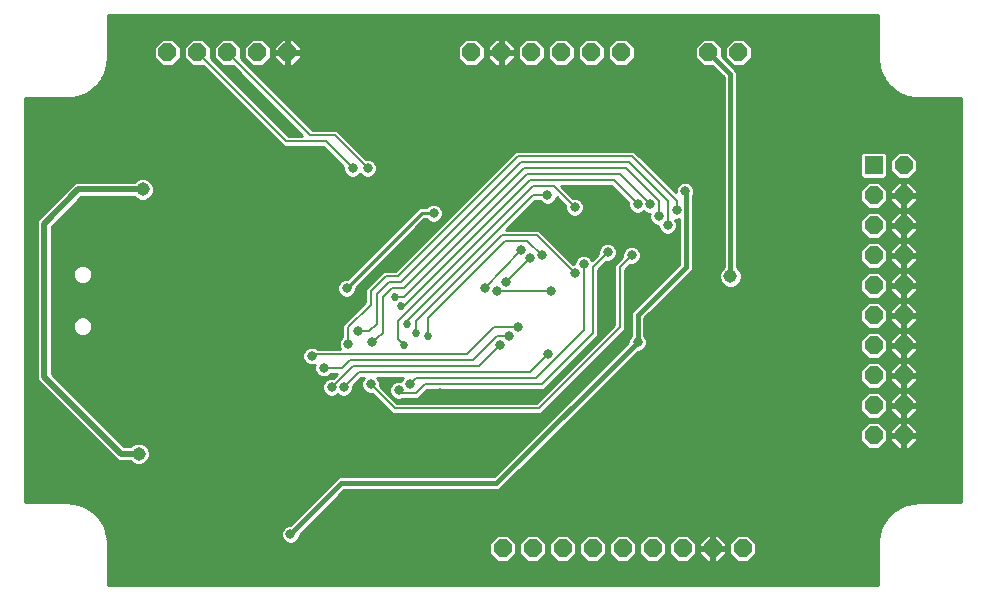
<source format=gbl>
G75*
G70*
%OFA0B0*%
%FSLAX24Y24*%
%IPPOS*%
%LPD*%
%AMOC8*
5,1,8,0,0,1.08239X$1,22.5*
%
%ADD10OC8,0.0600*%
%ADD11R,0.0600X0.0600*%
%ADD12C,0.0320*%
%ADD13C,0.0100*%
%ADD14C,0.0450*%
%ADD15C,0.0200*%
%ADD16C,0.0160*%
%ADD17C,0.0080*%
%ADD18C,0.0270*%
D10*
X021501Y004795D03*
X022501Y004795D03*
X023501Y004795D03*
X024501Y004795D03*
X025501Y004795D03*
X026501Y004795D03*
X027501Y004795D03*
X028501Y004795D03*
X029501Y004795D03*
X033859Y008562D03*
X034859Y008562D03*
X034859Y009562D03*
X033859Y009562D03*
X033859Y010562D03*
X034859Y010562D03*
X034859Y011562D03*
X033859Y011562D03*
X033859Y012562D03*
X034859Y012562D03*
X034859Y013562D03*
X033859Y013562D03*
X033859Y014562D03*
X034859Y014562D03*
X034859Y015562D03*
X033859Y015562D03*
X033859Y016562D03*
X034859Y016562D03*
X034859Y017562D03*
X029348Y021330D03*
X028348Y021330D03*
X025442Y021330D03*
X024442Y021330D03*
X023442Y021330D03*
X022442Y021330D03*
X021442Y021330D03*
X020442Y021330D03*
X014312Y021330D03*
X013312Y021330D03*
X012312Y021330D03*
X011312Y021330D03*
X010312Y021330D03*
D11*
X033859Y017562D03*
D12*
X036525Y019558D03*
X033769Y022314D03*
X030194Y018072D03*
X027568Y016704D03*
X027291Y016062D03*
X026991Y015562D03*
X026691Y015862D03*
X026391Y016262D03*
X025991Y016262D03*
X024991Y016362D03*
X023891Y016162D03*
X023491Y015462D03*
X022791Y016162D03*
X022988Y016562D03*
X020691Y017362D03*
X020391Y018362D03*
X018891Y017462D03*
X018091Y017362D03*
X016991Y017462D03*
X016491Y017462D03*
X016891Y016862D03*
X015743Y017569D03*
X014256Y017705D03*
X013771Y017214D03*
X013308Y017732D03*
X011608Y016026D03*
X011140Y015436D03*
X009985Y015404D03*
X009467Y014919D03*
X010428Y013854D03*
X011172Y012792D03*
X009422Y011917D03*
X007547Y011667D03*
X007672Y012792D03*
X010091Y010262D03*
X011791Y009462D03*
X012691Y009962D03*
X013394Y009962D03*
X014046Y009962D03*
X015291Y010362D03*
X015791Y010162D03*
X016191Y010162D03*
X017091Y010262D03*
X017591Y010262D03*
X018028Y010062D03*
X018391Y010262D03*
X019391Y009962D03*
X019391Y009062D03*
X019391Y007562D03*
X017091Y009062D03*
X015091Y007862D03*
X012453Y006719D03*
X011272Y006916D03*
X010485Y006325D03*
X009500Y007113D03*
X011863Y006129D03*
X014422Y005262D03*
X015529Y004862D03*
X017029Y005369D03*
X019032Y005762D03*
X020306Y005847D03*
X025191Y008062D03*
X026891Y006562D03*
X028194Y006169D03*
X029375Y008062D03*
X027678Y008456D03*
X026391Y010162D03*
X025991Y011662D03*
X025491Y011662D03*
X024891Y012462D03*
X023091Y013362D03*
X023891Y013962D03*
X024191Y014262D03*
X024991Y014662D03*
X025391Y015062D03*
X025791Y014562D03*
X026891Y012662D03*
X029894Y012762D03*
X030288Y014062D03*
X030676Y015914D03*
X026491Y017962D03*
X025791Y019162D03*
X019191Y015962D03*
X018291Y015962D03*
X018191Y014662D03*
X016291Y013462D03*
X016691Y013062D03*
X015791Y012762D03*
X015791Y011937D03*
X016341Y011600D03*
X016678Y012025D03*
X017128Y011662D03*
X015528Y010800D03*
X015128Y011200D03*
X013047Y012792D03*
X013701Y013903D03*
X015176Y014919D03*
X015791Y013762D03*
X012395Y015411D03*
X015491Y019462D03*
X018191Y020562D03*
X016691Y021362D03*
X015991Y021362D03*
X008572Y022314D03*
X005816Y019558D03*
X020891Y013462D03*
X021291Y013362D03*
X021591Y013662D03*
X022391Y014462D03*
X022091Y014725D03*
X022791Y014562D03*
X021991Y012162D03*
X021691Y011862D03*
X021391Y011562D03*
X022991Y011262D03*
X021991Y009862D03*
X010540Y004204D03*
X009359Y004204D03*
X008572Y003810D03*
X005816Y006566D03*
X033769Y003810D03*
X036525Y006566D03*
D13*
X008328Y004936D02*
X008328Y003567D01*
X034013Y003567D01*
X034013Y004936D01*
X034008Y004940D01*
X034013Y004997D01*
X034013Y005054D01*
X034017Y005058D01*
X034021Y005120D01*
X034015Y005131D01*
X034026Y005181D01*
X034029Y005232D01*
X034039Y005240D01*
X034053Y005307D01*
X034048Y005318D01*
X034066Y005366D01*
X034077Y005417D01*
X034087Y005423D01*
X034111Y005488D01*
X034108Y005499D01*
X034132Y005545D01*
X034150Y005593D01*
X034162Y005598D01*
X034194Y005658D01*
X034193Y005670D01*
X034224Y005711D01*
X034248Y005756D01*
X034260Y005760D01*
X034301Y005815D01*
X034301Y005827D01*
X034337Y005863D01*
X034368Y005905D01*
X034380Y005906D01*
X034429Y005955D01*
X034431Y005967D01*
X034472Y005998D01*
X034508Y006034D01*
X034520Y006034D01*
X034575Y006075D01*
X034579Y006087D01*
X034624Y006112D01*
X034665Y006142D01*
X034677Y006141D01*
X034737Y006174D01*
X034742Y006185D01*
X034791Y006203D01*
X034836Y006227D01*
X034847Y006224D01*
X034912Y006248D01*
X034918Y006258D01*
X034969Y006269D01*
X035017Y006287D01*
X035028Y006282D01*
X035095Y006296D01*
X035103Y006306D01*
X035154Y006309D01*
X035204Y006320D01*
X035215Y006314D01*
X035277Y006318D01*
X035281Y006323D01*
X035338Y006323D01*
X035395Y006327D01*
X035400Y006323D01*
X036768Y006323D01*
X036768Y019802D01*
X035400Y019802D01*
X035395Y019798D01*
X035338Y019802D01*
X035281Y019802D01*
X035277Y019806D01*
X035215Y019811D01*
X035204Y019804D01*
X035154Y019815D01*
X035103Y019819D01*
X035095Y019828D01*
X035028Y019843D01*
X035017Y019838D01*
X034969Y019856D01*
X034918Y019867D01*
X034912Y019877D01*
X034847Y019901D01*
X034836Y019897D01*
X034791Y019922D01*
X034742Y019940D01*
X034737Y019951D01*
X034677Y019984D01*
X034665Y019982D01*
X034624Y020013D01*
X034579Y020038D01*
X034575Y020049D01*
X034520Y020091D01*
X034508Y020091D01*
X034472Y020127D01*
X034431Y020158D01*
X034429Y020170D01*
X034380Y020218D01*
X034368Y020220D01*
X034337Y020261D01*
X034301Y020298D01*
X034301Y020310D01*
X034260Y020365D01*
X034248Y020368D01*
X034224Y020413D01*
X034193Y020454D01*
X034194Y020467D01*
X034162Y020527D01*
X034150Y020532D01*
X034132Y020580D01*
X034108Y020625D01*
X034111Y020637D01*
X034087Y020701D01*
X034077Y020708D01*
X034066Y020758D01*
X034048Y020806D01*
X034053Y020817D01*
X034039Y020884D01*
X034029Y020892D01*
X034026Y020944D01*
X034015Y020994D01*
X034021Y021004D01*
X034017Y021067D01*
X034013Y021071D01*
X034013Y021128D01*
X034008Y021184D01*
X034013Y021189D01*
X034013Y022558D01*
X008328Y022558D01*
X008328Y021189D01*
X008332Y021184D01*
X008328Y021128D01*
X008328Y021071D01*
X008324Y021067D01*
X008319Y021004D01*
X008326Y020994D01*
X008315Y020944D01*
X008311Y020892D01*
X008302Y020884D01*
X008288Y020817D01*
X008293Y020806D01*
X008275Y020758D01*
X008264Y020708D01*
X008253Y020701D01*
X008229Y020637D01*
X008233Y020625D01*
X008208Y020580D01*
X008190Y020532D01*
X008179Y020527D01*
X008146Y020467D01*
X008148Y020454D01*
X008117Y020413D01*
X008093Y020368D01*
X008081Y020365D01*
X008040Y020310D01*
X008040Y020298D01*
X008003Y020261D01*
X007973Y020220D01*
X007961Y020218D01*
X007912Y020170D01*
X007910Y020158D01*
X007869Y020127D01*
X007833Y020091D01*
X007821Y020091D01*
X007766Y020049D01*
X007762Y020038D01*
X007717Y020013D01*
X007676Y019982D01*
X007664Y019984D01*
X007603Y019951D01*
X007598Y019940D01*
X007550Y019922D01*
X007505Y019897D01*
X007493Y019901D01*
X007429Y019877D01*
X007422Y019867D01*
X007372Y019856D01*
X007324Y019838D01*
X007313Y019843D01*
X007246Y019828D01*
X007238Y019819D01*
X007186Y019815D01*
X007136Y019804D01*
X007126Y019811D01*
X007064Y019806D01*
X007059Y019802D01*
X007003Y019802D01*
X006946Y019798D01*
X006941Y019802D01*
X005572Y019802D01*
X005572Y006323D01*
X006941Y006323D01*
X006946Y006327D01*
X007003Y006323D01*
X007059Y006323D01*
X007064Y006318D01*
X007126Y006314D01*
X007136Y006320D01*
X007187Y006309D01*
X007238Y006306D01*
X007246Y006296D01*
X007313Y006282D01*
X007324Y006287D01*
X007372Y006269D01*
X007422Y006258D01*
X007429Y006248D01*
X007493Y006224D01*
X007505Y006227D01*
X007550Y006203D01*
X007598Y006185D01*
X007603Y006174D01*
X007664Y006141D01*
X007676Y006142D01*
X007717Y006112D01*
X007762Y006087D01*
X007766Y006075D01*
X007821Y006034D01*
X007833Y006034D01*
X007869Y005998D01*
X007910Y005967D01*
X007912Y005955D01*
X007961Y005906D01*
X007973Y005905D01*
X008003Y005863D01*
X008040Y005827D01*
X008040Y005815D01*
X008081Y005760D01*
X008093Y005756D01*
X008117Y005711D01*
X008148Y005670D01*
X008146Y005658D01*
X008179Y005598D01*
X008190Y005593D01*
X008208Y005544D01*
X008233Y005499D01*
X008229Y005488D01*
X008253Y005423D01*
X008264Y005417D01*
X008275Y005366D01*
X008293Y005318D01*
X008288Y005307D01*
X008302Y005240D01*
X008311Y005232D01*
X008315Y005181D01*
X008326Y005131D01*
X008319Y005120D01*
X008324Y005058D01*
X008328Y005054D01*
X008328Y004997D01*
X008332Y004940D01*
X008328Y004936D01*
X008328Y004895D02*
X021051Y004895D01*
X021051Y004981D02*
X021051Y004608D01*
X021315Y004345D01*
X021687Y004345D01*
X021951Y004608D01*
X021951Y004981D01*
X021687Y005245D01*
X021315Y005245D01*
X021051Y004981D01*
X021063Y004993D02*
X014583Y004993D01*
X014598Y005000D02*
X014685Y005087D01*
X014732Y005201D01*
X014732Y005247D01*
X016215Y006730D01*
X021384Y006730D01*
X021518Y006865D01*
X026006Y011352D01*
X026053Y011352D01*
X026166Y011400D01*
X026254Y011487D01*
X026301Y011601D01*
X026301Y011724D01*
X026254Y011838D01*
X026221Y011871D01*
X026221Y012467D01*
X027692Y013939D01*
X027827Y014073D01*
X027827Y016525D01*
X027831Y016528D01*
X027878Y016642D01*
X027878Y016766D01*
X027831Y016880D01*
X027744Y016967D01*
X027630Y017014D01*
X027506Y017014D01*
X027392Y016967D01*
X027305Y016880D01*
X027258Y016766D01*
X027258Y016664D01*
X025870Y018052D01*
X025712Y018052D01*
X021912Y018052D01*
X021801Y017941D01*
X017912Y014052D01*
X017512Y014052D01*
X017401Y013941D01*
X016901Y013441D01*
X016901Y013284D01*
X016901Y012995D01*
X016151Y012245D01*
X016151Y012088D01*
X016151Y011848D01*
X016078Y011775D01*
X016031Y011662D01*
X016031Y011538D01*
X016066Y011452D01*
X015314Y011452D01*
X015304Y011463D01*
X015190Y011510D01*
X015067Y011510D01*
X014953Y011463D01*
X014866Y011375D01*
X014818Y011262D01*
X014818Y011138D01*
X014866Y011024D01*
X014953Y010937D01*
X015067Y010890D01*
X015190Y010890D01*
X015238Y010910D01*
X015218Y010861D01*
X015218Y010738D01*
X015266Y010624D01*
X015353Y010537D01*
X015467Y010490D01*
X015590Y010490D01*
X015704Y010537D01*
X015777Y010610D01*
X015970Y010610D01*
X015832Y010472D01*
X015729Y010472D01*
X015615Y010425D01*
X015528Y010338D01*
X015481Y010224D01*
X015481Y010101D01*
X015528Y009987D01*
X015615Y009900D01*
X015729Y009852D01*
X015853Y009852D01*
X015966Y009900D01*
X015991Y009924D01*
X016015Y009900D01*
X016129Y009852D01*
X016253Y009852D01*
X016366Y009900D01*
X016454Y009987D01*
X016501Y010101D01*
X016501Y010204D01*
X016770Y010472D01*
X016863Y010472D01*
X016828Y010438D01*
X016781Y010324D01*
X016781Y010201D01*
X016828Y010087D01*
X016915Y010000D01*
X017029Y009952D01*
X017132Y009952D01*
X017701Y009384D01*
X017812Y009272D01*
X022612Y009272D01*
X022770Y009272D01*
X025470Y011972D01*
X025581Y012084D01*
X025581Y014084D01*
X025750Y014252D01*
X025853Y014252D01*
X025966Y014300D01*
X026054Y014387D01*
X026101Y014501D01*
X026101Y014624D01*
X026054Y014738D01*
X025966Y014825D01*
X025853Y014872D01*
X025729Y014872D01*
X025615Y014825D01*
X025528Y014738D01*
X025481Y014624D01*
X025481Y014521D01*
X025201Y014241D01*
X025201Y014084D01*
X025201Y012241D01*
X022612Y009652D01*
X017970Y009652D01*
X017401Y010221D01*
X017401Y010324D01*
X017354Y010438D01*
X017319Y010472D01*
X018163Y010472D01*
X018128Y010438D01*
X018099Y010368D01*
X018090Y010372D01*
X017967Y010372D01*
X017853Y010325D01*
X017766Y010238D01*
X017718Y010124D01*
X017718Y010001D01*
X017766Y009887D01*
X017853Y009800D01*
X017967Y009752D01*
X018090Y009752D01*
X018138Y009772D01*
X018207Y009772D01*
X018670Y009772D01*
X018781Y009884D01*
X018970Y010072D01*
X022712Y010072D01*
X022870Y010072D01*
X024570Y011772D01*
X024681Y011884D01*
X024681Y014084D01*
X024950Y014352D01*
X025053Y014352D01*
X025166Y014400D01*
X025254Y014487D01*
X025301Y014601D01*
X025301Y014724D01*
X025254Y014838D01*
X025166Y014925D01*
X025053Y014972D01*
X024929Y014972D01*
X024815Y014925D01*
X024728Y014838D01*
X024681Y014724D01*
X024681Y014621D01*
X024467Y014407D01*
X024454Y014438D01*
X024366Y014525D01*
X024253Y014572D01*
X024129Y014572D01*
X024015Y014525D01*
X023928Y014438D01*
X023881Y014324D01*
X023881Y014272D01*
X023850Y014272D01*
X022703Y015419D01*
X022545Y015419D01*
X021616Y015419D01*
X022570Y016372D01*
X022739Y016372D01*
X022812Y016300D01*
X022926Y016252D01*
X023049Y016252D01*
X023163Y016300D01*
X023250Y016387D01*
X023294Y016491D01*
X023581Y016204D01*
X023581Y016101D01*
X023628Y015987D01*
X023715Y015900D01*
X023829Y015852D01*
X023953Y015852D01*
X024066Y015900D01*
X024154Y015987D01*
X024201Y016101D01*
X024201Y016224D01*
X024154Y016338D01*
X024066Y016425D01*
X023953Y016472D01*
X023850Y016472D01*
X023449Y016872D01*
X025112Y016872D01*
X025681Y016304D01*
X025681Y016201D01*
X025728Y016087D01*
X025815Y016000D01*
X025929Y015952D01*
X026053Y015952D01*
X026166Y016000D01*
X026191Y016024D01*
X026215Y016000D01*
X026329Y015952D01*
X026393Y015952D01*
X026381Y015924D01*
X026381Y015801D01*
X026428Y015687D01*
X026515Y015600D01*
X026629Y015552D01*
X026681Y015552D01*
X026681Y015501D01*
X026728Y015387D01*
X026815Y015300D01*
X026929Y015252D01*
X027053Y015252D01*
X027166Y015300D01*
X027254Y015387D01*
X027301Y015501D01*
X027301Y015624D01*
X027254Y015738D01*
X027239Y015752D01*
X027353Y015752D01*
X027367Y015758D01*
X027367Y014264D01*
X025896Y012792D01*
X025761Y012658D01*
X025761Y011871D01*
X025728Y011838D01*
X025681Y011724D01*
X025681Y011678D01*
X021193Y007190D01*
X016215Y007190D01*
X016025Y007190D01*
X014407Y005572D01*
X014361Y005572D01*
X014247Y005525D01*
X014160Y005438D01*
X014112Y005324D01*
X014112Y005201D01*
X014160Y005087D01*
X014247Y005000D01*
X014361Y004952D01*
X014484Y004952D01*
X014598Y005000D01*
X014687Y005092D02*
X021162Y005092D01*
X021261Y005190D02*
X014728Y005190D01*
X014774Y005289D02*
X034049Y005289D01*
X034071Y005388D02*
X014873Y005388D01*
X014971Y005486D02*
X034111Y005486D01*
X034147Y005585D02*
X015070Y005585D01*
X015168Y005683D02*
X034202Y005683D01*
X034276Y005782D02*
X015267Y005782D01*
X015366Y005880D02*
X034350Y005880D01*
X034446Y005979D02*
X015464Y005979D01*
X015563Y006077D02*
X034576Y006077D01*
X034738Y006176D02*
X015661Y006176D01*
X015760Y006274D02*
X034983Y006274D01*
X034026Y005190D02*
X029742Y005190D01*
X029687Y005245D02*
X029315Y005245D01*
X029051Y004981D01*
X029051Y004608D01*
X029315Y004345D01*
X029687Y004345D01*
X029951Y004608D01*
X029951Y004981D01*
X029687Y005245D01*
X029840Y005092D02*
X034019Y005092D01*
X034012Y004993D02*
X029939Y004993D01*
X029951Y004895D02*
X034013Y004895D01*
X034013Y004796D02*
X029951Y004796D01*
X029951Y004698D02*
X034013Y004698D01*
X034013Y004599D02*
X029942Y004599D01*
X029844Y004501D02*
X034013Y004501D01*
X034013Y004402D02*
X029745Y004402D01*
X029257Y004402D02*
X028745Y004402D01*
X028687Y004345D02*
X028951Y004608D01*
X028951Y004745D01*
X028551Y004745D01*
X028551Y004845D01*
X028451Y004845D01*
X028451Y005245D01*
X028315Y005245D01*
X028051Y004981D01*
X028051Y004845D01*
X028451Y004845D01*
X028451Y004745D01*
X028051Y004745D01*
X028051Y004608D01*
X028315Y004345D01*
X028451Y004345D01*
X028451Y004744D01*
X028551Y004744D01*
X028551Y004345D01*
X028687Y004345D01*
X028551Y004402D02*
X028451Y004402D01*
X028451Y004501D02*
X028551Y004501D01*
X028551Y004599D02*
X028451Y004599D01*
X028451Y004698D02*
X028551Y004698D01*
X028551Y004796D02*
X029051Y004796D01*
X029051Y004698D02*
X028951Y004698D01*
X028942Y004599D02*
X029060Y004599D01*
X029159Y004501D02*
X028844Y004501D01*
X028951Y004845D02*
X028551Y004845D01*
X028551Y005245D01*
X028687Y005245D01*
X028951Y004981D01*
X028951Y004845D01*
X028951Y004895D02*
X029051Y004895D01*
X029063Y004993D02*
X028939Y004993D01*
X028840Y005092D02*
X029162Y005092D01*
X029261Y005190D02*
X028742Y005190D01*
X028551Y005190D02*
X028451Y005190D01*
X028451Y005092D02*
X028551Y005092D01*
X028551Y004993D02*
X028451Y004993D01*
X028451Y004895D02*
X028551Y004895D01*
X028451Y004796D02*
X027951Y004796D01*
X027951Y004698D02*
X028051Y004698D01*
X028060Y004599D02*
X027942Y004599D01*
X027951Y004608D02*
X027687Y004345D01*
X027315Y004345D01*
X027051Y004608D01*
X027051Y004981D01*
X027315Y005245D01*
X027687Y005245D01*
X027951Y004981D01*
X027951Y004608D01*
X027844Y004501D02*
X028159Y004501D01*
X028257Y004402D02*
X027745Y004402D01*
X027257Y004402D02*
X026745Y004402D01*
X026687Y004345D02*
X026951Y004608D01*
X026951Y004981D01*
X026687Y005245D01*
X026315Y005245D01*
X026051Y004981D01*
X026051Y004608D01*
X026315Y004345D01*
X026687Y004345D01*
X026844Y004501D02*
X027159Y004501D01*
X027060Y004599D02*
X026942Y004599D01*
X026951Y004698D02*
X027051Y004698D01*
X027051Y004796D02*
X026951Y004796D01*
X026951Y004895D02*
X027051Y004895D01*
X027063Y004993D02*
X026939Y004993D01*
X026840Y005092D02*
X027162Y005092D01*
X027261Y005190D02*
X026742Y005190D01*
X026261Y005190D02*
X025742Y005190D01*
X025687Y005245D02*
X025315Y005245D01*
X025051Y004981D01*
X025051Y004608D01*
X025315Y004345D01*
X025687Y004345D01*
X025951Y004608D01*
X025951Y004981D01*
X025687Y005245D01*
X025840Y005092D02*
X026162Y005092D01*
X026063Y004993D02*
X025939Y004993D01*
X025951Y004895D02*
X026051Y004895D01*
X026051Y004796D02*
X025951Y004796D01*
X025951Y004698D02*
X026051Y004698D01*
X026060Y004599D02*
X025942Y004599D01*
X025844Y004501D02*
X026159Y004501D01*
X026257Y004402D02*
X025745Y004402D01*
X025257Y004402D02*
X024745Y004402D01*
X024687Y004345D02*
X024951Y004608D01*
X024951Y004981D01*
X024687Y005245D01*
X024315Y005245D01*
X024051Y004981D01*
X024051Y004608D01*
X024315Y004345D01*
X024687Y004345D01*
X024844Y004501D02*
X025159Y004501D01*
X025060Y004599D02*
X024942Y004599D01*
X024951Y004698D02*
X025051Y004698D01*
X025051Y004796D02*
X024951Y004796D01*
X024951Y004895D02*
X025051Y004895D01*
X025063Y004993D02*
X024939Y004993D01*
X024840Y005092D02*
X025162Y005092D01*
X025261Y005190D02*
X024742Y005190D01*
X024261Y005190D02*
X023742Y005190D01*
X023687Y005245D02*
X023315Y005245D01*
X023051Y004981D01*
X023051Y004608D01*
X023315Y004345D01*
X023687Y004345D01*
X023951Y004608D01*
X023951Y004981D01*
X023687Y005245D01*
X023840Y005092D02*
X024162Y005092D01*
X024063Y004993D02*
X023939Y004993D01*
X023951Y004895D02*
X024051Y004895D01*
X024051Y004796D02*
X023951Y004796D01*
X023951Y004698D02*
X024051Y004698D01*
X024060Y004599D02*
X023942Y004599D01*
X023844Y004501D02*
X024159Y004501D01*
X024257Y004402D02*
X023745Y004402D01*
X023257Y004402D02*
X022745Y004402D01*
X022687Y004345D02*
X022951Y004608D01*
X022951Y004981D01*
X022687Y005245D01*
X022315Y005245D01*
X022051Y004981D01*
X022051Y004608D01*
X022315Y004345D01*
X022687Y004345D01*
X022844Y004501D02*
X023159Y004501D01*
X023060Y004599D02*
X022942Y004599D01*
X022951Y004698D02*
X023051Y004698D01*
X023051Y004796D02*
X022951Y004796D01*
X022951Y004895D02*
X023051Y004895D01*
X023063Y004993D02*
X022939Y004993D01*
X022840Y005092D02*
X023162Y005092D01*
X023261Y005190D02*
X022742Y005190D01*
X022261Y005190D02*
X021742Y005190D01*
X021840Y005092D02*
X022162Y005092D01*
X022063Y004993D02*
X021939Y004993D01*
X021951Y004895D02*
X022051Y004895D01*
X022051Y004796D02*
X021951Y004796D01*
X021951Y004698D02*
X022051Y004698D01*
X022060Y004599D02*
X021942Y004599D01*
X021844Y004501D02*
X022159Y004501D01*
X022257Y004402D02*
X021745Y004402D01*
X021257Y004402D02*
X008328Y004402D01*
X008328Y004304D02*
X034013Y004304D01*
X034013Y004205D02*
X008328Y004205D01*
X008328Y004106D02*
X034013Y004106D01*
X034013Y004008D02*
X008328Y004008D01*
X008328Y003909D02*
X034013Y003909D01*
X034013Y003811D02*
X008328Y003811D01*
X008328Y003712D02*
X034013Y003712D01*
X034013Y003614D02*
X008328Y003614D01*
X008328Y004501D02*
X021159Y004501D01*
X021060Y004599D02*
X008328Y004599D01*
X008328Y004698D02*
X021051Y004698D01*
X021051Y004796D02*
X008328Y004796D01*
X008329Y004993D02*
X014262Y004993D01*
X014157Y005092D02*
X008321Y005092D01*
X008314Y005190D02*
X014117Y005190D01*
X014112Y005289D02*
X008292Y005289D01*
X008270Y005388D02*
X014139Y005388D01*
X014208Y005486D02*
X008230Y005486D01*
X008193Y005585D02*
X014419Y005585D01*
X014518Y005683D02*
X008138Y005683D01*
X008065Y005782D02*
X014616Y005782D01*
X014715Y005880D02*
X007991Y005880D01*
X007894Y005979D02*
X014814Y005979D01*
X014912Y006077D02*
X007765Y006077D01*
X007602Y006176D02*
X015011Y006176D01*
X015109Y006274D02*
X007358Y006274D01*
X005572Y006373D02*
X015208Y006373D01*
X015306Y006472D02*
X005572Y006472D01*
X005572Y006570D02*
X015405Y006570D01*
X015503Y006669D02*
X005572Y006669D01*
X005572Y006767D02*
X015602Y006767D01*
X015700Y006866D02*
X005572Y006866D01*
X005572Y006964D02*
X015799Y006964D01*
X015898Y007063D02*
X005572Y007063D01*
X005572Y007161D02*
X015996Y007161D01*
X016154Y006669D02*
X036768Y006669D01*
X036768Y006767D02*
X021421Y006767D01*
X021519Y006866D02*
X036768Y006866D01*
X036768Y006964D02*
X021618Y006964D01*
X021717Y007063D02*
X036768Y007063D01*
X036768Y007161D02*
X021815Y007161D01*
X021914Y007260D02*
X036768Y007260D01*
X036768Y007358D02*
X022012Y007358D01*
X022111Y007457D02*
X036768Y007457D01*
X036768Y007556D02*
X022209Y007556D01*
X022308Y007654D02*
X036768Y007654D01*
X036768Y007753D02*
X022406Y007753D01*
X022505Y007851D02*
X036768Y007851D01*
X036768Y007950D02*
X022603Y007950D01*
X022702Y008048D02*
X036768Y008048D01*
X036768Y008147D02*
X035080Y008147D01*
X035046Y008112D02*
X035309Y008376D01*
X035309Y008512D01*
X034910Y008512D01*
X034910Y008612D01*
X035309Y008612D01*
X035309Y008749D01*
X035046Y009012D01*
X034909Y009012D01*
X034909Y008613D01*
X034809Y008613D01*
X034809Y009012D01*
X034673Y009012D01*
X034409Y008749D01*
X034409Y008612D01*
X034809Y008612D01*
X034809Y008512D01*
X034409Y008512D01*
X034409Y008376D01*
X034673Y008112D01*
X034809Y008112D01*
X034809Y008512D01*
X034909Y008512D01*
X034909Y008112D01*
X035046Y008112D01*
X034909Y008147D02*
X034809Y008147D01*
X034809Y008245D02*
X034909Y008245D01*
X034909Y008344D02*
X034809Y008344D01*
X034809Y008442D02*
X034909Y008442D01*
X034910Y008541D02*
X036768Y008541D01*
X036768Y008639D02*
X035309Y008639D01*
X035309Y008738D02*
X036768Y008738D01*
X036768Y008837D02*
X035221Y008837D01*
X035123Y008935D02*
X036768Y008935D01*
X036768Y009034D02*
X023687Y009034D01*
X023589Y008935D02*
X033596Y008935D01*
X033673Y009012D02*
X033409Y008749D01*
X033409Y008376D01*
X033673Y008112D01*
X034046Y008112D01*
X034309Y008376D01*
X034309Y008749D01*
X034046Y009012D01*
X033673Y009012D01*
X033673Y009112D02*
X034046Y009112D01*
X034309Y009376D01*
X034309Y009749D01*
X034046Y010012D01*
X033673Y010012D01*
X033409Y009749D01*
X033409Y009376D01*
X033673Y009112D01*
X033653Y009132D02*
X023786Y009132D01*
X023884Y009231D02*
X033555Y009231D01*
X033456Y009329D02*
X023983Y009329D01*
X024082Y009428D02*
X033409Y009428D01*
X033409Y009526D02*
X024180Y009526D01*
X024279Y009625D02*
X033409Y009625D01*
X033409Y009723D02*
X024377Y009723D01*
X024476Y009822D02*
X033483Y009822D01*
X033581Y009921D02*
X024574Y009921D01*
X024673Y010019D02*
X036768Y010019D01*
X036768Y009921D02*
X035138Y009921D01*
X035046Y010012D02*
X035309Y009749D01*
X035309Y009612D01*
X034910Y009612D01*
X034910Y009512D01*
X035309Y009512D01*
X035309Y009376D01*
X035046Y009112D01*
X034909Y009112D01*
X034909Y009512D01*
X034809Y009512D01*
X034409Y009512D01*
X034409Y009376D01*
X034673Y009112D01*
X034809Y009112D01*
X034809Y009512D01*
X034809Y009612D01*
X034409Y009612D01*
X034409Y009749D01*
X034673Y010012D01*
X034809Y010012D01*
X034809Y009613D01*
X034909Y009613D01*
X034909Y010012D01*
X035046Y010012D01*
X035046Y010112D02*
X035309Y010376D01*
X035309Y010512D01*
X036768Y010512D01*
X036768Y010610D02*
X034910Y010610D01*
X034910Y010612D02*
X035309Y010612D01*
X035309Y010749D01*
X035046Y011012D01*
X034909Y011012D01*
X034909Y010613D01*
X034809Y010613D01*
X034809Y011012D01*
X034673Y011012D01*
X034409Y010749D01*
X034409Y010612D01*
X034809Y010612D01*
X034809Y010512D01*
X034409Y010512D01*
X034309Y010512D01*
X034309Y010610D02*
X034809Y010610D01*
X034809Y010512D02*
X034909Y010512D01*
X034809Y010512D01*
X034809Y010112D01*
X034673Y010112D01*
X034409Y010376D01*
X034409Y010512D01*
X034409Y010413D02*
X034309Y010413D01*
X034309Y010376D02*
X034046Y010112D01*
X033673Y010112D01*
X033409Y010376D01*
X033409Y010749D01*
X033673Y011012D01*
X034046Y011012D01*
X034309Y010749D01*
X034309Y010376D01*
X034248Y010315D02*
X034471Y010315D01*
X034569Y010216D02*
X034150Y010216D01*
X034051Y010118D02*
X034668Y010118D01*
X034809Y010118D02*
X034909Y010118D01*
X034909Y010112D02*
X035046Y010112D01*
X035051Y010118D02*
X036768Y010118D01*
X036768Y010216D02*
X035150Y010216D01*
X035248Y010315D02*
X036768Y010315D01*
X036768Y010413D02*
X035309Y010413D01*
X035309Y010512D02*
X034910Y010512D01*
X034910Y010612D01*
X034909Y010709D02*
X034809Y010709D01*
X034809Y010807D02*
X034909Y010807D01*
X034909Y010906D02*
X034809Y010906D01*
X034809Y011005D02*
X034909Y011005D01*
X034909Y011112D02*
X035046Y011112D01*
X035309Y011376D01*
X035309Y011512D01*
X034910Y011512D01*
X034910Y011612D01*
X035309Y011612D01*
X035309Y011749D01*
X035046Y012012D01*
X034909Y012012D01*
X034909Y011613D01*
X034809Y011613D01*
X034809Y012012D01*
X034673Y012012D01*
X034409Y011749D01*
X034409Y011612D01*
X034809Y011612D01*
X034809Y011512D01*
X034409Y011512D01*
X034409Y011376D01*
X034673Y011112D01*
X034809Y011112D01*
X034809Y011512D01*
X034909Y011512D01*
X034909Y011112D01*
X034909Y011202D02*
X034809Y011202D01*
X034809Y011300D02*
X034909Y011300D01*
X034909Y011399D02*
X034809Y011399D01*
X034809Y011497D02*
X034909Y011497D01*
X034910Y011596D02*
X036768Y011596D01*
X036768Y011694D02*
X035309Y011694D01*
X035265Y011793D02*
X036768Y011793D01*
X036768Y011891D02*
X035167Y011891D01*
X035068Y011990D02*
X036768Y011990D01*
X036768Y012089D02*
X026221Y012089D01*
X026221Y012187D02*
X033598Y012187D01*
X033673Y012112D02*
X034046Y012112D01*
X034309Y012376D01*
X034309Y012749D01*
X034046Y013012D01*
X033673Y013012D01*
X033409Y012749D01*
X033409Y012376D01*
X033673Y012112D01*
X033673Y012012D02*
X033409Y011749D01*
X033409Y011376D01*
X033673Y011112D01*
X034046Y011112D01*
X034309Y011376D01*
X034309Y011749D01*
X034046Y012012D01*
X033673Y012012D01*
X033651Y011990D02*
X026221Y011990D01*
X026221Y011891D02*
X033552Y011891D01*
X033454Y011793D02*
X026272Y011793D01*
X026301Y011694D02*
X033409Y011694D01*
X033409Y011596D02*
X026299Y011596D01*
X026258Y011497D02*
X033409Y011497D01*
X033409Y011399D02*
X026164Y011399D01*
X025954Y011300D02*
X033485Y011300D01*
X033584Y011202D02*
X025855Y011202D01*
X025757Y011103D02*
X036768Y011103D01*
X036768Y011005D02*
X035054Y011005D01*
X035152Y010906D02*
X036768Y010906D01*
X036768Y010807D02*
X035251Y010807D01*
X035309Y010709D02*
X036768Y010709D01*
X036768Y011202D02*
X035135Y011202D01*
X035234Y011300D02*
X036768Y011300D01*
X036768Y011399D02*
X035309Y011399D01*
X035309Y011497D02*
X036768Y011497D01*
X036768Y012187D02*
X035120Y012187D01*
X035046Y012112D02*
X035309Y012376D01*
X035309Y012512D01*
X034910Y012512D01*
X034910Y012612D01*
X035309Y012612D01*
X035309Y012749D01*
X035046Y013012D01*
X034909Y013012D01*
X034909Y012613D01*
X034809Y012613D01*
X034809Y013012D01*
X034673Y013012D01*
X034409Y012749D01*
X034409Y012612D01*
X034809Y012612D01*
X034809Y012512D01*
X034409Y012512D01*
X034409Y012376D01*
X034673Y012112D01*
X034809Y012112D01*
X034809Y012512D01*
X034909Y012512D01*
X034909Y012112D01*
X035046Y012112D01*
X034909Y012187D02*
X034809Y012187D01*
X034809Y012286D02*
X034909Y012286D01*
X034909Y012384D02*
X034809Y012384D01*
X034809Y012483D02*
X034909Y012483D01*
X034910Y012581D02*
X036768Y012581D01*
X036768Y012483D02*
X035309Y012483D01*
X035309Y012384D02*
X036768Y012384D01*
X036768Y012286D02*
X035219Y012286D01*
X034909Y011990D02*
X034809Y011990D01*
X034809Y011891D02*
X034909Y011891D01*
X034909Y011793D02*
X034809Y011793D01*
X034809Y011694D02*
X034909Y011694D01*
X034809Y011596D02*
X034309Y011596D01*
X034309Y011694D02*
X034409Y011694D01*
X034454Y011793D02*
X034265Y011793D01*
X034167Y011891D02*
X034552Y011891D01*
X034651Y011990D02*
X034068Y011990D01*
X034120Y012187D02*
X034598Y012187D01*
X034500Y012286D02*
X034219Y012286D01*
X034309Y012384D02*
X034409Y012384D01*
X034409Y012483D02*
X034309Y012483D01*
X034309Y012581D02*
X034809Y012581D01*
X034809Y012680D02*
X034909Y012680D01*
X034909Y012778D02*
X034809Y012778D01*
X034809Y012877D02*
X034909Y012877D01*
X034909Y012975D02*
X034809Y012975D01*
X034809Y013112D02*
X034809Y013512D01*
X034409Y013512D01*
X034409Y013376D01*
X034673Y013112D01*
X034809Y013112D01*
X034809Y013172D02*
X034909Y013172D01*
X034909Y013112D02*
X035046Y013112D01*
X035309Y013376D01*
X035309Y013512D01*
X034910Y013512D01*
X034910Y013612D01*
X035309Y013612D01*
X035309Y013749D01*
X035046Y014012D01*
X034909Y014012D01*
X034909Y013613D01*
X034809Y013613D01*
X034809Y014012D01*
X034673Y014012D01*
X034409Y013749D01*
X034409Y013612D01*
X034809Y013612D01*
X034809Y013512D01*
X034909Y013512D01*
X034909Y013112D01*
X034909Y013271D02*
X034809Y013271D01*
X034809Y013370D02*
X034909Y013370D01*
X034909Y013468D02*
X034809Y013468D01*
X034809Y013567D02*
X034309Y013567D01*
X034309Y013665D02*
X034409Y013665D01*
X034424Y013764D02*
X034294Y013764D01*
X034309Y013749D02*
X034046Y014012D01*
X033673Y014012D01*
X033409Y013749D01*
X033409Y013376D01*
X033673Y013112D01*
X034046Y013112D01*
X034309Y013376D01*
X034309Y013749D01*
X034196Y013862D02*
X034523Y013862D01*
X034621Y013961D02*
X034097Y013961D01*
X034046Y014112D02*
X034309Y014376D01*
X034309Y014749D01*
X034410Y014749D01*
X034409Y014749D02*
X034409Y014612D01*
X034809Y014612D01*
X034809Y014512D01*
X034409Y014512D01*
X034409Y014376D01*
X034673Y014112D01*
X034809Y014112D01*
X034809Y014512D01*
X034909Y014512D01*
X034909Y014112D01*
X035046Y014112D01*
X035309Y014376D01*
X035309Y014512D01*
X034910Y014512D01*
X034910Y014612D01*
X035309Y014612D01*
X035309Y014749D01*
X036768Y014749D01*
X036768Y014651D02*
X035309Y014651D01*
X035309Y014749D02*
X035046Y015012D01*
X034909Y015012D01*
X034909Y014613D01*
X034809Y014613D01*
X034809Y015012D01*
X034673Y015012D01*
X034409Y014749D01*
X034409Y014651D02*
X034309Y014651D01*
X034309Y014749D02*
X034046Y015012D01*
X033673Y015012D01*
X033409Y014749D01*
X033409Y014376D01*
X033673Y014112D01*
X034046Y014112D01*
X034091Y014158D02*
X034627Y014158D01*
X034529Y014256D02*
X034190Y014256D01*
X034288Y014355D02*
X034430Y014355D01*
X034409Y014454D02*
X034309Y014454D01*
X034309Y014552D02*
X034809Y014552D01*
X034809Y014454D02*
X034909Y014454D01*
X034910Y014552D02*
X036768Y014552D01*
X036768Y014454D02*
X035309Y014454D01*
X035288Y014355D02*
X036768Y014355D01*
X036768Y014256D02*
X035190Y014256D01*
X035091Y014158D02*
X036768Y014158D01*
X036768Y014059D02*
X029412Y014059D01*
X029406Y014075D02*
X029318Y014163D01*
X029318Y020495D01*
X029318Y020685D01*
X028798Y021205D01*
X028798Y021516D01*
X028534Y021780D01*
X028161Y021780D01*
X027898Y021516D01*
X027898Y021144D01*
X028161Y020880D01*
X028472Y020880D01*
X028858Y020495D01*
X028858Y014163D01*
X028770Y014075D01*
X028713Y013937D01*
X028713Y013788D01*
X028770Y013650D01*
X028875Y013544D01*
X029013Y013487D01*
X029162Y013487D01*
X029300Y013544D01*
X029406Y013650D01*
X029463Y013788D01*
X029463Y013937D01*
X029406Y014075D01*
X029322Y014158D02*
X033627Y014158D01*
X033529Y014256D02*
X029318Y014256D01*
X029318Y014355D02*
X033430Y014355D01*
X033409Y014454D02*
X029318Y014454D01*
X029318Y014552D02*
X033409Y014552D01*
X033409Y014651D02*
X029318Y014651D01*
X029318Y014749D02*
X033410Y014749D01*
X033508Y014848D02*
X029318Y014848D01*
X029318Y014946D02*
X033607Y014946D01*
X033673Y015112D02*
X034046Y015112D01*
X034309Y015376D01*
X034309Y015749D01*
X034046Y016012D01*
X033673Y016012D01*
X033409Y015749D01*
X033409Y015376D01*
X033673Y015112D01*
X033642Y015143D02*
X029318Y015143D01*
X029318Y015045D02*
X036768Y015045D01*
X036768Y015143D02*
X035077Y015143D01*
X035046Y015112D02*
X035309Y015376D01*
X035309Y015512D01*
X034910Y015512D01*
X034910Y015612D01*
X035309Y015612D01*
X035309Y015749D01*
X035046Y016012D01*
X034909Y016012D01*
X034909Y015613D01*
X034809Y015613D01*
X034809Y016012D01*
X034673Y016012D01*
X034409Y015749D01*
X034409Y015612D01*
X034809Y015612D01*
X034809Y015512D01*
X034409Y015512D01*
X034409Y015376D01*
X034673Y015112D01*
X034809Y015112D01*
X034809Y015512D01*
X034909Y015512D01*
X034909Y015112D01*
X035046Y015112D01*
X034909Y015143D02*
X034809Y015143D01*
X034809Y015242D02*
X034909Y015242D01*
X034909Y015340D02*
X034809Y015340D01*
X034809Y015439D02*
X034909Y015439D01*
X034910Y015538D02*
X036768Y015538D01*
X036768Y015636D02*
X035309Y015636D01*
X035309Y015735D02*
X036768Y015735D01*
X036768Y015833D02*
X035225Y015833D01*
X035126Y015932D02*
X036768Y015932D01*
X036768Y016030D02*
X029318Y016030D01*
X029318Y015932D02*
X033592Y015932D01*
X033494Y015833D02*
X029318Y015833D01*
X029318Y015735D02*
X033409Y015735D01*
X033409Y015636D02*
X029318Y015636D01*
X029318Y015538D02*
X033409Y015538D01*
X033409Y015439D02*
X029318Y015439D01*
X029318Y015340D02*
X033445Y015340D01*
X033543Y015242D02*
X029318Y015242D01*
X028858Y015242D02*
X027827Y015242D01*
X027827Y015340D02*
X028858Y015340D01*
X028858Y015439D02*
X027827Y015439D01*
X027827Y015538D02*
X028858Y015538D01*
X028858Y015636D02*
X027827Y015636D01*
X027827Y015735D02*
X028858Y015735D01*
X028858Y015833D02*
X027827Y015833D01*
X027827Y015932D02*
X028858Y015932D01*
X028858Y016030D02*
X027827Y016030D01*
X027827Y016129D02*
X028858Y016129D01*
X028858Y016227D02*
X027827Y016227D01*
X027827Y016326D02*
X028858Y016326D01*
X028858Y016424D02*
X027827Y016424D01*
X027827Y016523D02*
X028858Y016523D01*
X028858Y016621D02*
X027869Y016621D01*
X027878Y016720D02*
X028858Y016720D01*
X028858Y016819D02*
X027856Y016819D01*
X027793Y016917D02*
X028858Y016917D01*
X028858Y017016D02*
X026906Y017016D01*
X026808Y017114D02*
X028858Y017114D01*
X028858Y017213D02*
X026709Y017213D01*
X026611Y017311D02*
X028858Y017311D01*
X028858Y017410D02*
X026512Y017410D01*
X026414Y017508D02*
X028858Y017508D01*
X028858Y017607D02*
X026315Y017607D01*
X026216Y017705D02*
X028858Y017705D01*
X028858Y017804D02*
X026118Y017804D01*
X026019Y017903D02*
X028858Y017903D01*
X028858Y018001D02*
X025921Y018001D01*
X025166Y016819D02*
X023503Y016819D01*
X023602Y016720D02*
X025264Y016720D01*
X025363Y016621D02*
X023700Y016621D01*
X023799Y016523D02*
X025462Y016523D01*
X025560Y016424D02*
X024067Y016424D01*
X024159Y016326D02*
X025659Y016326D01*
X025681Y016227D02*
X024199Y016227D01*
X024201Y016129D02*
X025711Y016129D01*
X025785Y016030D02*
X024172Y016030D01*
X024099Y015932D02*
X026384Y015932D01*
X026381Y015833D02*
X022030Y015833D01*
X021932Y015735D02*
X026408Y015735D01*
X026479Y015636D02*
X021833Y015636D01*
X021735Y015538D02*
X026681Y015538D01*
X026706Y015439D02*
X021636Y015439D01*
X022129Y015932D02*
X023683Y015932D01*
X023610Y016030D02*
X022227Y016030D01*
X022326Y016129D02*
X023581Y016129D01*
X023557Y016227D02*
X022424Y016227D01*
X022523Y016326D02*
X022786Y016326D01*
X023190Y016326D02*
X023459Y016326D01*
X023360Y016424D02*
X023266Y016424D01*
X022781Y015340D02*
X026774Y015340D01*
X027207Y015340D02*
X027367Y015340D01*
X027367Y015242D02*
X022880Y015242D01*
X022979Y015143D02*
X027367Y015143D01*
X027367Y015045D02*
X023077Y015045D01*
X023176Y014946D02*
X024866Y014946D01*
X024738Y014848D02*
X023274Y014848D01*
X023373Y014749D02*
X024691Y014749D01*
X024681Y014651D02*
X023471Y014651D01*
X023570Y014552D02*
X024080Y014552D01*
X023944Y014454D02*
X023668Y014454D01*
X023767Y014355D02*
X023894Y014355D01*
X024301Y014552D02*
X024612Y014552D01*
X024513Y014454D02*
X024438Y014454D01*
X024755Y014158D02*
X025201Y014158D01*
X025201Y014059D02*
X024681Y014059D01*
X024681Y013961D02*
X025201Y013961D01*
X025201Y013862D02*
X024681Y013862D01*
X024681Y013764D02*
X025201Y013764D01*
X025201Y013665D02*
X024681Y013665D01*
X024681Y013567D02*
X025201Y013567D01*
X025201Y013468D02*
X024681Y013468D01*
X024681Y013370D02*
X025201Y013370D01*
X025201Y013271D02*
X024681Y013271D01*
X024681Y013172D02*
X025201Y013172D01*
X025201Y013074D02*
X024681Y013074D01*
X024681Y012975D02*
X025201Y012975D01*
X025201Y012877D02*
X024681Y012877D01*
X024681Y012778D02*
X025201Y012778D01*
X025201Y012680D02*
X024681Y012680D01*
X024681Y012581D02*
X025201Y012581D01*
X025201Y012483D02*
X024681Y012483D01*
X024681Y012384D02*
X025201Y012384D01*
X025201Y012286D02*
X024681Y012286D01*
X024681Y012187D02*
X025147Y012187D01*
X025048Y012089D02*
X024681Y012089D01*
X024681Y011990D02*
X024950Y011990D01*
X024851Y011891D02*
X024681Y011891D01*
X024753Y011793D02*
X024590Y011793D01*
X024654Y011694D02*
X024492Y011694D01*
X024556Y011596D02*
X024393Y011596D01*
X024457Y011497D02*
X024294Y011497D01*
X024359Y011399D02*
X024196Y011399D01*
X024260Y011300D02*
X024097Y011300D01*
X024161Y011202D02*
X023999Y011202D01*
X024063Y011103D02*
X023900Y011103D01*
X023964Y011005D02*
X023802Y011005D01*
X023866Y010906D02*
X023703Y010906D01*
X023767Y010807D02*
X023605Y010807D01*
X023669Y010709D02*
X023506Y010709D01*
X023570Y010610D02*
X023408Y010610D01*
X023472Y010512D02*
X023309Y010512D01*
X023373Y010413D02*
X023210Y010413D01*
X023275Y010315D02*
X023112Y010315D01*
X023176Y010216D02*
X023013Y010216D01*
X023077Y010118D02*
X022915Y010118D01*
X022979Y010019D02*
X018916Y010019D01*
X018818Y009921D02*
X022880Y009921D01*
X022782Y009822D02*
X018719Y009822D01*
X017898Y009723D02*
X022683Y009723D01*
X022925Y009428D02*
X023431Y009428D01*
X023530Y009526D02*
X023024Y009526D01*
X023122Y009625D02*
X023628Y009625D01*
X023727Y009723D02*
X023221Y009723D01*
X023319Y009822D02*
X023825Y009822D01*
X023924Y009921D02*
X023418Y009921D01*
X023516Y010019D02*
X024022Y010019D01*
X024121Y010118D02*
X023615Y010118D01*
X023713Y010216D02*
X024219Y010216D01*
X024318Y010315D02*
X023812Y010315D01*
X023910Y010413D02*
X024417Y010413D01*
X024515Y010512D02*
X024009Y010512D01*
X024108Y010610D02*
X024614Y010610D01*
X024712Y010709D02*
X024206Y010709D01*
X024305Y010807D02*
X024811Y010807D01*
X024909Y010906D02*
X024403Y010906D01*
X024502Y011005D02*
X025008Y011005D01*
X025106Y011103D02*
X024600Y011103D01*
X024699Y011202D02*
X025205Y011202D01*
X025303Y011300D02*
X024797Y011300D01*
X024896Y011399D02*
X025402Y011399D01*
X025501Y011497D02*
X024994Y011497D01*
X025093Y011596D02*
X025599Y011596D01*
X025681Y011694D02*
X025192Y011694D01*
X025290Y011793D02*
X025709Y011793D01*
X025761Y011891D02*
X025389Y011891D01*
X025487Y011990D02*
X025761Y011990D01*
X025761Y012089D02*
X025581Y012089D01*
X025581Y012187D02*
X025761Y012187D01*
X025761Y012286D02*
X025581Y012286D01*
X025581Y012384D02*
X025761Y012384D01*
X025761Y012483D02*
X025581Y012483D01*
X025581Y012581D02*
X025761Y012581D01*
X025783Y012680D02*
X025581Y012680D01*
X025581Y012778D02*
X025882Y012778D01*
X025980Y012877D02*
X025581Y012877D01*
X025581Y012975D02*
X026079Y012975D01*
X026177Y013074D02*
X025581Y013074D01*
X025581Y013172D02*
X026276Y013172D01*
X026374Y013271D02*
X025581Y013271D01*
X025581Y013370D02*
X026473Y013370D01*
X026571Y013468D02*
X025581Y013468D01*
X025581Y013567D02*
X026670Y013567D01*
X026768Y013665D02*
X025581Y013665D01*
X025581Y013764D02*
X026867Y013764D01*
X026966Y013862D02*
X025581Y013862D01*
X025581Y013961D02*
X027064Y013961D01*
X027163Y014059D02*
X025581Y014059D01*
X025655Y014158D02*
X027261Y014158D01*
X027360Y014256D02*
X025862Y014256D01*
X026022Y014355D02*
X027367Y014355D01*
X027367Y014454D02*
X026081Y014454D01*
X026101Y014552D02*
X027367Y014552D01*
X027367Y014651D02*
X026090Y014651D01*
X026042Y014749D02*
X027367Y014749D01*
X027367Y014848D02*
X025912Y014848D01*
X025670Y014848D02*
X025244Y014848D01*
X025290Y014749D02*
X025539Y014749D01*
X025492Y014651D02*
X025301Y014651D01*
X025281Y014552D02*
X025481Y014552D01*
X025413Y014454D02*
X025220Y014454D01*
X025315Y014355D02*
X025059Y014355D01*
X025216Y014256D02*
X024854Y014256D01*
X025115Y014946D02*
X027367Y014946D01*
X027827Y014946D02*
X028858Y014946D01*
X028858Y014848D02*
X027827Y014848D01*
X027827Y014749D02*
X028858Y014749D01*
X028858Y014651D02*
X027827Y014651D01*
X027827Y014552D02*
X028858Y014552D01*
X028858Y014454D02*
X027827Y014454D01*
X027827Y014355D02*
X028858Y014355D01*
X028858Y014256D02*
X027827Y014256D01*
X027827Y014158D02*
X028853Y014158D01*
X028763Y014059D02*
X027813Y014059D01*
X027715Y013961D02*
X028723Y013961D01*
X028713Y013862D02*
X027616Y013862D01*
X027517Y013764D02*
X028723Y013764D01*
X028763Y013665D02*
X027419Y013665D01*
X027320Y013567D02*
X028853Y013567D01*
X029322Y013567D02*
X033409Y013567D01*
X033409Y013665D02*
X029412Y013665D01*
X029453Y013764D02*
X033424Y013764D01*
X033523Y013862D02*
X029463Y013862D01*
X029453Y013961D02*
X033621Y013961D01*
X033409Y013468D02*
X027222Y013468D01*
X027123Y013370D02*
X033416Y013370D01*
X033514Y013271D02*
X027025Y013271D01*
X026926Y013172D02*
X033613Y013172D01*
X033636Y012975D02*
X026729Y012975D01*
X026631Y012877D02*
X033537Y012877D01*
X033439Y012778D02*
X026532Y012778D01*
X026434Y012680D02*
X033409Y012680D01*
X033409Y012581D02*
X026335Y012581D01*
X026236Y012483D02*
X033409Y012483D01*
X033409Y012384D02*
X026221Y012384D01*
X026221Y012286D02*
X033500Y012286D01*
X034309Y012680D02*
X034409Y012680D01*
X034439Y012778D02*
X034280Y012778D01*
X034181Y012877D02*
X034537Y012877D01*
X034636Y012975D02*
X034083Y012975D01*
X034106Y013172D02*
X034613Y013172D01*
X034514Y013271D02*
X034204Y013271D01*
X034303Y013370D02*
X034416Y013370D01*
X034409Y013468D02*
X034309Y013468D01*
X034809Y013665D02*
X034909Y013665D01*
X034910Y013567D02*
X036768Y013567D01*
X036768Y013665D02*
X035309Y013665D01*
X035294Y013764D02*
X036768Y013764D01*
X036768Y013862D02*
X035196Y013862D01*
X035097Y013961D02*
X036768Y013961D01*
X036768Y013468D02*
X035309Y013468D01*
X035303Y013370D02*
X036768Y013370D01*
X036768Y013271D02*
X035204Y013271D01*
X035106Y013172D02*
X036768Y013172D01*
X036768Y013074D02*
X026828Y013074D01*
X027827Y015045D02*
X028858Y015045D01*
X028858Y015143D02*
X027827Y015143D01*
X027367Y015439D02*
X027275Y015439D01*
X027301Y015538D02*
X027367Y015538D01*
X027367Y015636D02*
X027296Y015636D01*
X027255Y015735D02*
X027367Y015735D01*
X027258Y016720D02*
X027202Y016720D01*
X027280Y016819D02*
X027103Y016819D01*
X027005Y016917D02*
X027343Y016917D01*
X028858Y018100D02*
X016622Y018100D01*
X016524Y018198D02*
X028858Y018198D01*
X028858Y018297D02*
X016425Y018297D01*
X016327Y018395D02*
X028858Y018395D01*
X028858Y018494D02*
X016228Y018494D01*
X016130Y018592D02*
X028858Y018592D01*
X028858Y018691D02*
X016031Y018691D01*
X016081Y018641D02*
X015970Y018752D01*
X015159Y018752D01*
X012762Y021149D01*
X012762Y021516D01*
X012499Y021780D01*
X012126Y021780D01*
X011862Y021516D01*
X011862Y021144D01*
X012126Y020880D01*
X012493Y020880D01*
X014821Y018552D01*
X014359Y018552D01*
X011762Y021149D01*
X011762Y021516D01*
X011499Y021780D01*
X011126Y021780D01*
X010862Y021516D01*
X010862Y021144D01*
X011126Y020880D01*
X011493Y020880D01*
X014201Y018172D01*
X014359Y018172D01*
X015512Y018172D01*
X016181Y017504D01*
X016181Y017401D01*
X016228Y017287D01*
X016315Y017200D01*
X016429Y017152D01*
X016553Y017152D01*
X016666Y017200D01*
X016741Y017274D01*
X016815Y017200D01*
X016929Y017152D01*
X017053Y017152D01*
X017166Y017200D01*
X017254Y017287D01*
X017301Y017401D01*
X017301Y017524D01*
X017254Y017638D01*
X017166Y017725D01*
X017053Y017772D01*
X016950Y017772D01*
X016081Y018641D01*
X015585Y018100D02*
X005572Y018100D01*
X005572Y018198D02*
X014175Y018198D01*
X014077Y018297D02*
X005572Y018297D01*
X005572Y018395D02*
X013978Y018395D01*
X013880Y018494D02*
X005572Y018494D01*
X005572Y018592D02*
X013781Y018592D01*
X013683Y018691D02*
X005572Y018691D01*
X005572Y018789D02*
X013584Y018789D01*
X013485Y018888D02*
X005572Y018888D01*
X005572Y018987D02*
X013387Y018987D01*
X013288Y019085D02*
X005572Y019085D01*
X005572Y019184D02*
X013190Y019184D01*
X013091Y019282D02*
X005572Y019282D01*
X005572Y019381D02*
X012993Y019381D01*
X012894Y019479D02*
X005572Y019479D01*
X005572Y019578D02*
X012796Y019578D01*
X012697Y019676D02*
X005572Y019676D01*
X005572Y019775D02*
X012599Y019775D01*
X012500Y019873D02*
X007427Y019873D01*
X007642Y019972D02*
X012401Y019972D01*
X012303Y020071D02*
X007794Y020071D01*
X007912Y020169D02*
X012204Y020169D01*
X012106Y020268D02*
X008010Y020268D01*
X008085Y020366D02*
X012007Y020366D01*
X011909Y020465D02*
X008147Y020465D01*
X008202Y020563D02*
X011810Y020563D01*
X011712Y020662D02*
X008239Y020662D01*
X008275Y020760D02*
X011613Y020760D01*
X011515Y020859D02*
X008297Y020859D01*
X008318Y020957D02*
X010048Y020957D01*
X010126Y020880D02*
X010499Y020880D01*
X010762Y021144D01*
X010762Y021516D01*
X010499Y021780D01*
X010126Y021780D01*
X009862Y021516D01*
X009862Y021144D01*
X010126Y020880D01*
X009950Y021056D02*
X008323Y021056D01*
X008330Y021154D02*
X009862Y021154D01*
X009862Y021253D02*
X008328Y021253D01*
X008328Y021352D02*
X009862Y021352D01*
X009862Y021450D02*
X008328Y021450D01*
X008328Y021549D02*
X009894Y021549D01*
X009993Y021647D02*
X008328Y021647D01*
X008328Y021746D02*
X010091Y021746D01*
X010533Y021746D02*
X011091Y021746D01*
X010993Y021647D02*
X010631Y021647D01*
X010730Y021549D02*
X010894Y021549D01*
X010862Y021450D02*
X010762Y021450D01*
X010762Y021352D02*
X010862Y021352D01*
X010862Y021253D02*
X010762Y021253D01*
X010762Y021154D02*
X010862Y021154D01*
X010950Y021056D02*
X010674Y021056D01*
X010576Y020957D02*
X011048Y020957D01*
X011762Y021154D02*
X011862Y021154D01*
X011855Y021056D02*
X011950Y021056D01*
X011953Y020957D02*
X012048Y020957D01*
X012052Y020859D02*
X012515Y020859D01*
X012613Y020760D02*
X012151Y020760D01*
X012249Y020662D02*
X012712Y020662D01*
X012810Y020563D02*
X012348Y020563D01*
X012446Y020465D02*
X012909Y020465D01*
X013007Y020366D02*
X012545Y020366D01*
X012643Y020268D02*
X013106Y020268D01*
X013204Y020169D02*
X012742Y020169D01*
X012840Y020071D02*
X013303Y020071D01*
X013401Y019972D02*
X012939Y019972D01*
X013037Y019873D02*
X013500Y019873D01*
X013599Y019775D02*
X013136Y019775D01*
X013235Y019676D02*
X013697Y019676D01*
X013796Y019578D02*
X013333Y019578D01*
X013432Y019479D02*
X013894Y019479D01*
X013993Y019381D02*
X013530Y019381D01*
X013629Y019282D02*
X014091Y019282D01*
X014190Y019184D02*
X013727Y019184D01*
X013826Y019085D02*
X014288Y019085D01*
X014387Y018987D02*
X013924Y018987D01*
X014023Y018888D02*
X014485Y018888D01*
X014584Y018789D02*
X014121Y018789D01*
X014220Y018691D02*
X014683Y018691D01*
X014781Y018592D02*
X014319Y018592D01*
X014924Y018987D02*
X028858Y018987D01*
X028858Y019085D02*
X014826Y019085D01*
X014727Y019184D02*
X028858Y019184D01*
X028858Y019282D02*
X014629Y019282D01*
X014530Y019381D02*
X028858Y019381D01*
X028858Y019479D02*
X014432Y019479D01*
X014333Y019578D02*
X028858Y019578D01*
X028858Y019676D02*
X014235Y019676D01*
X014136Y019775D02*
X028858Y019775D01*
X028858Y019873D02*
X014037Y019873D01*
X013939Y019972D02*
X028858Y019972D01*
X028858Y020071D02*
X013840Y020071D01*
X013742Y020169D02*
X028858Y020169D01*
X028858Y020268D02*
X013643Y020268D01*
X013545Y020366D02*
X028858Y020366D01*
X028858Y020465D02*
X013446Y020465D01*
X013348Y020563D02*
X028789Y020563D01*
X028691Y020662D02*
X013249Y020662D01*
X013151Y020760D02*
X028592Y020760D01*
X028494Y020859D02*
X013052Y020859D01*
X013126Y020880D02*
X013499Y020880D01*
X013762Y021144D01*
X013762Y021516D01*
X013499Y021780D01*
X013126Y021780D01*
X012862Y021516D01*
X012862Y021144D01*
X013126Y020880D01*
X013048Y020957D02*
X012953Y020957D01*
X012950Y021056D02*
X012855Y021056D01*
X012862Y021154D02*
X012762Y021154D01*
X012762Y021253D02*
X012862Y021253D01*
X012862Y021352D02*
X012762Y021352D01*
X012762Y021450D02*
X012862Y021450D01*
X012894Y021549D02*
X012730Y021549D01*
X012631Y021647D02*
X012993Y021647D01*
X013091Y021746D02*
X012533Y021746D01*
X012091Y021746D02*
X011533Y021746D01*
X011631Y021647D02*
X011993Y021647D01*
X011894Y021549D02*
X011730Y021549D01*
X011762Y021450D02*
X011862Y021450D01*
X011862Y021352D02*
X011762Y021352D01*
X011762Y021253D02*
X011862Y021253D01*
X013576Y020957D02*
X014048Y020957D01*
X014126Y020880D02*
X013862Y021144D01*
X013862Y021280D01*
X014262Y021280D01*
X014262Y021380D01*
X013862Y021380D01*
X013862Y021516D01*
X014126Y021780D01*
X014262Y021780D01*
X014262Y021380D01*
X014362Y021380D01*
X014362Y021780D01*
X014499Y021780D01*
X014762Y021516D01*
X014762Y021380D01*
X014362Y021380D01*
X014362Y021280D01*
X014362Y020880D01*
X014499Y020880D01*
X014762Y021144D01*
X014762Y021280D01*
X014362Y021280D01*
X014262Y021280D01*
X014262Y020880D01*
X014126Y020880D01*
X014262Y020957D02*
X014362Y020957D01*
X014362Y021056D02*
X014262Y021056D01*
X014262Y021154D02*
X014362Y021154D01*
X014362Y021253D02*
X014262Y021253D01*
X014262Y021352D02*
X013762Y021352D01*
X013762Y021450D02*
X013862Y021450D01*
X013894Y021549D02*
X013730Y021549D01*
X013631Y021647D02*
X013993Y021647D01*
X014091Y021746D02*
X013533Y021746D01*
X013762Y021253D02*
X013862Y021253D01*
X013862Y021154D02*
X013762Y021154D01*
X013674Y021056D02*
X013950Y021056D01*
X014576Y020957D02*
X020178Y020957D01*
X020256Y020880D02*
X020628Y020880D01*
X020892Y021144D01*
X020892Y021516D01*
X020628Y021780D01*
X020256Y021780D01*
X019992Y021516D01*
X019992Y021144D01*
X020256Y020880D01*
X020080Y021056D02*
X014674Y021056D01*
X014762Y021154D02*
X019992Y021154D01*
X019992Y021253D02*
X014762Y021253D01*
X014762Y021450D02*
X019992Y021450D01*
X019992Y021352D02*
X014362Y021352D01*
X014362Y021450D02*
X014262Y021450D01*
X014262Y021549D02*
X014362Y021549D01*
X014362Y021647D02*
X014262Y021647D01*
X014262Y021746D02*
X014362Y021746D01*
X014533Y021746D02*
X020221Y021746D01*
X020123Y021647D02*
X014631Y021647D01*
X014730Y021549D02*
X020024Y021549D01*
X020663Y021746D02*
X021221Y021746D01*
X021256Y021780D02*
X020992Y021516D01*
X020992Y021380D01*
X021392Y021380D01*
X021392Y021280D01*
X021492Y021280D01*
X021492Y020880D01*
X021628Y020880D01*
X021892Y021144D01*
X021892Y021280D01*
X021492Y021280D01*
X021492Y021380D01*
X021892Y021380D01*
X021892Y021516D01*
X021628Y021780D01*
X021492Y021780D01*
X021492Y021380D01*
X021392Y021380D01*
X021392Y021780D01*
X021256Y021780D01*
X021392Y021746D02*
X021492Y021746D01*
X021492Y021647D02*
X021392Y021647D01*
X021392Y021549D02*
X021492Y021549D01*
X021492Y021450D02*
X021392Y021450D01*
X021392Y021352D02*
X020892Y021352D01*
X020892Y021450D02*
X020992Y021450D01*
X021024Y021549D02*
X020860Y021549D01*
X020761Y021647D02*
X021123Y021647D01*
X021492Y021352D02*
X021992Y021352D01*
X021992Y021450D02*
X021892Y021450D01*
X021860Y021549D02*
X022024Y021549D01*
X021992Y021516D02*
X021992Y021144D01*
X022256Y020880D01*
X022628Y020880D01*
X022892Y021144D01*
X022892Y021516D01*
X022628Y021780D01*
X022256Y021780D01*
X021992Y021516D01*
X022123Y021647D02*
X021761Y021647D01*
X021663Y021746D02*
X022221Y021746D01*
X022663Y021746D02*
X023221Y021746D01*
X023256Y021780D02*
X022992Y021516D01*
X022992Y021144D01*
X023256Y020880D01*
X023628Y020880D01*
X023892Y021144D01*
X023892Y021516D01*
X023628Y021780D01*
X023256Y021780D01*
X023123Y021647D02*
X022761Y021647D01*
X022860Y021549D02*
X023024Y021549D01*
X022992Y021450D02*
X022892Y021450D01*
X022892Y021352D02*
X022992Y021352D01*
X022992Y021253D02*
X022892Y021253D01*
X022892Y021154D02*
X022992Y021154D01*
X023080Y021056D02*
X022804Y021056D01*
X022706Y020957D02*
X023178Y020957D01*
X023706Y020957D02*
X024178Y020957D01*
X024256Y020880D02*
X023992Y021144D01*
X023992Y021516D01*
X024256Y021780D01*
X024628Y021780D01*
X024892Y021516D01*
X024892Y021144D01*
X024628Y020880D01*
X024256Y020880D01*
X024080Y021056D02*
X023804Y021056D01*
X023892Y021154D02*
X023992Y021154D01*
X023992Y021253D02*
X023892Y021253D01*
X023892Y021352D02*
X023992Y021352D01*
X023992Y021450D02*
X023892Y021450D01*
X023860Y021549D02*
X024024Y021549D01*
X024123Y021647D02*
X023761Y021647D01*
X023663Y021746D02*
X024221Y021746D01*
X024663Y021746D02*
X025221Y021746D01*
X025256Y021780D02*
X024992Y021516D01*
X024992Y021144D01*
X025256Y020880D01*
X025628Y020880D01*
X025892Y021144D01*
X025892Y021516D01*
X025628Y021780D01*
X025256Y021780D01*
X025123Y021647D02*
X024761Y021647D01*
X024860Y021549D02*
X025024Y021549D01*
X024992Y021450D02*
X024892Y021450D01*
X024892Y021352D02*
X024992Y021352D01*
X024992Y021253D02*
X024892Y021253D01*
X024892Y021154D02*
X024992Y021154D01*
X025080Y021056D02*
X024804Y021056D01*
X024706Y020957D02*
X025178Y020957D01*
X025706Y020957D02*
X028084Y020957D01*
X027985Y021056D02*
X025804Y021056D01*
X025892Y021154D02*
X027898Y021154D01*
X027898Y021253D02*
X025892Y021253D01*
X025892Y021352D02*
X027898Y021352D01*
X027898Y021450D02*
X025892Y021450D01*
X025860Y021549D02*
X027930Y021549D01*
X028028Y021647D02*
X025761Y021647D01*
X025663Y021746D02*
X028127Y021746D01*
X028568Y021746D02*
X029127Y021746D01*
X029161Y021780D02*
X028898Y021516D01*
X028898Y021144D01*
X029161Y020880D01*
X029534Y020880D01*
X029798Y021144D01*
X029798Y021516D01*
X029534Y021780D01*
X029161Y021780D01*
X029028Y021647D02*
X028667Y021647D01*
X028765Y021549D02*
X028930Y021549D01*
X028898Y021450D02*
X028798Y021450D01*
X028798Y021352D02*
X028898Y021352D01*
X028898Y021253D02*
X028798Y021253D01*
X028848Y021154D02*
X028898Y021154D01*
X028947Y021056D02*
X028985Y021056D01*
X029045Y020957D02*
X029084Y020957D01*
X029144Y020859D02*
X034044Y020859D01*
X034023Y020957D02*
X029611Y020957D01*
X029710Y021056D02*
X034018Y021056D01*
X034011Y021154D02*
X029798Y021154D01*
X029798Y021253D02*
X034013Y021253D01*
X034013Y021352D02*
X029798Y021352D01*
X029798Y021450D02*
X034013Y021450D01*
X034013Y021549D02*
X029765Y021549D01*
X029667Y021647D02*
X034013Y021647D01*
X034013Y021746D02*
X029568Y021746D01*
X029243Y020760D02*
X034065Y020760D01*
X034102Y020662D02*
X029318Y020662D01*
X029318Y020563D02*
X034139Y020563D01*
X034194Y020465D02*
X029318Y020465D01*
X029318Y020366D02*
X034255Y020366D01*
X034331Y020268D02*
X029318Y020268D01*
X029318Y020169D02*
X034429Y020169D01*
X034547Y020071D02*
X029318Y020071D01*
X029318Y019972D02*
X034699Y019972D01*
X034914Y019873D02*
X029318Y019873D01*
X029318Y019775D02*
X036768Y019775D01*
X036768Y019676D02*
X029318Y019676D01*
X029318Y019578D02*
X036768Y019578D01*
X036768Y019479D02*
X029318Y019479D01*
X029318Y019381D02*
X036768Y019381D01*
X036768Y019282D02*
X029318Y019282D01*
X029318Y019184D02*
X036768Y019184D01*
X036768Y019085D02*
X029318Y019085D01*
X029318Y018987D02*
X036768Y018987D01*
X036768Y018888D02*
X029318Y018888D01*
X029318Y018789D02*
X036768Y018789D01*
X036768Y018691D02*
X029318Y018691D01*
X029318Y018592D02*
X036768Y018592D01*
X036768Y018494D02*
X029318Y018494D01*
X029318Y018395D02*
X036768Y018395D01*
X036768Y018297D02*
X029318Y018297D01*
X029318Y018198D02*
X036768Y018198D01*
X036768Y018100D02*
X029318Y018100D01*
X029318Y018001D02*
X033486Y018001D01*
X033497Y018012D02*
X033409Y017924D01*
X033409Y017200D01*
X033497Y017112D01*
X034221Y017112D01*
X034309Y017200D01*
X034309Y017924D01*
X034221Y018012D01*
X033497Y018012D01*
X033409Y017903D02*
X029318Y017903D01*
X029318Y017804D02*
X033409Y017804D01*
X033409Y017705D02*
X029318Y017705D01*
X029318Y017607D02*
X033409Y017607D01*
X033409Y017508D02*
X029318Y017508D01*
X029318Y017410D02*
X033409Y017410D01*
X033409Y017311D02*
X029318Y017311D01*
X029318Y017213D02*
X033409Y017213D01*
X033495Y017114D02*
X029318Y017114D01*
X029318Y017016D02*
X036768Y017016D01*
X036768Y017114D02*
X035048Y017114D01*
X035046Y017112D02*
X035309Y017376D01*
X035309Y017749D01*
X035046Y018012D01*
X034673Y018012D01*
X034409Y017749D01*
X034409Y017376D01*
X034673Y017112D01*
X035046Y017112D01*
X035046Y017012D02*
X034909Y017012D01*
X034909Y016613D01*
X034809Y016613D01*
X034809Y017012D01*
X034673Y017012D01*
X034409Y016749D01*
X034409Y016612D01*
X034809Y016612D01*
X034809Y016512D01*
X034409Y016512D01*
X034409Y016376D01*
X034673Y016112D01*
X034809Y016112D01*
X034809Y016512D01*
X034909Y016512D01*
X034909Y016112D01*
X035046Y016112D01*
X035309Y016376D01*
X035309Y016512D01*
X034910Y016512D01*
X034910Y016612D01*
X035309Y016612D01*
X035309Y016749D01*
X035046Y017012D01*
X035141Y016917D02*
X036768Y016917D01*
X036768Y016819D02*
X035239Y016819D01*
X035309Y016720D02*
X036768Y016720D01*
X036768Y016621D02*
X035309Y016621D01*
X035309Y016424D02*
X036768Y016424D01*
X036768Y016326D02*
X035259Y016326D01*
X035161Y016227D02*
X036768Y016227D01*
X036768Y016129D02*
X035062Y016129D01*
X034909Y016129D02*
X034809Y016129D01*
X034809Y016227D02*
X034909Y016227D01*
X034909Y016326D02*
X034809Y016326D01*
X034809Y016424D02*
X034909Y016424D01*
X034910Y016523D02*
X036768Y016523D01*
X036768Y017213D02*
X035146Y017213D01*
X035245Y017311D02*
X036768Y017311D01*
X036768Y017410D02*
X035309Y017410D01*
X035309Y017508D02*
X036768Y017508D01*
X036768Y017607D02*
X035309Y017607D01*
X035309Y017705D02*
X036768Y017705D01*
X036768Y017804D02*
X035254Y017804D01*
X035156Y017903D02*
X036768Y017903D01*
X036768Y018001D02*
X035057Y018001D01*
X034662Y018001D02*
X034233Y018001D01*
X034309Y017903D02*
X034563Y017903D01*
X034465Y017804D02*
X034309Y017804D01*
X034309Y017705D02*
X034409Y017705D01*
X034409Y017607D02*
X034309Y017607D01*
X034309Y017508D02*
X034409Y017508D01*
X034409Y017410D02*
X034309Y017410D01*
X034309Y017311D02*
X034474Y017311D01*
X034573Y017213D02*
X034309Y017213D01*
X034223Y017114D02*
X034671Y017114D01*
X034578Y016917D02*
X034141Y016917D01*
X034046Y017012D02*
X033673Y017012D01*
X033409Y016749D01*
X033409Y016376D01*
X033673Y016112D01*
X034046Y016112D01*
X034309Y016376D01*
X034309Y016749D01*
X034046Y017012D01*
X034239Y016819D02*
X034479Y016819D01*
X034409Y016720D02*
X034309Y016720D01*
X034309Y016621D02*
X034409Y016621D01*
X034309Y016523D02*
X034809Y016523D01*
X034809Y016621D02*
X034909Y016621D01*
X034909Y016720D02*
X034809Y016720D01*
X034809Y016819D02*
X034909Y016819D01*
X034909Y016917D02*
X034809Y016917D01*
X034409Y016424D02*
X034309Y016424D01*
X034259Y016326D02*
X034459Y016326D01*
X034558Y016227D02*
X034161Y016227D01*
X034062Y016129D02*
X034657Y016129D01*
X034592Y015932D02*
X034126Y015932D01*
X034225Y015833D02*
X034494Y015833D01*
X034409Y015735D02*
X034309Y015735D01*
X034309Y015636D02*
X034409Y015636D01*
X034309Y015538D02*
X034809Y015538D01*
X034809Y015636D02*
X034909Y015636D01*
X034909Y015735D02*
X034809Y015735D01*
X034809Y015833D02*
X034909Y015833D01*
X034909Y015932D02*
X034809Y015932D01*
X034409Y015439D02*
X034309Y015439D01*
X034274Y015340D02*
X034445Y015340D01*
X034543Y015242D02*
X034175Y015242D01*
X034077Y015143D02*
X034642Y015143D01*
X034607Y014946D02*
X034112Y014946D01*
X034210Y014848D02*
X034508Y014848D01*
X034809Y014848D02*
X034909Y014848D01*
X034909Y014946D02*
X034809Y014946D01*
X034809Y014749D02*
X034909Y014749D01*
X034909Y014651D02*
X034809Y014651D01*
X035112Y014946D02*
X036768Y014946D01*
X036768Y014848D02*
X035210Y014848D01*
X035175Y015242D02*
X036768Y015242D01*
X036768Y015340D02*
X035274Y015340D01*
X035309Y015439D02*
X036768Y015439D01*
X034909Y014355D02*
X034809Y014355D01*
X034809Y014256D02*
X034909Y014256D01*
X034909Y014158D02*
X034809Y014158D01*
X034809Y013961D02*
X034909Y013961D01*
X034909Y013862D02*
X034809Y013862D01*
X034809Y013764D02*
X034909Y013764D01*
X035083Y012975D02*
X036768Y012975D01*
X036768Y012877D02*
X035181Y012877D01*
X035280Y012778D02*
X036768Y012778D01*
X036768Y012680D02*
X035309Y012680D01*
X034409Y011497D02*
X034309Y011497D01*
X034309Y011399D02*
X034409Y011399D01*
X034485Y011300D02*
X034234Y011300D01*
X034135Y011202D02*
X034584Y011202D01*
X034665Y011005D02*
X034054Y011005D01*
X034152Y010906D02*
X034567Y010906D01*
X034468Y010807D02*
X034251Y010807D01*
X034309Y010709D02*
X034409Y010709D01*
X034809Y010413D02*
X034909Y010413D01*
X034909Y010315D02*
X034809Y010315D01*
X034809Y010216D02*
X034909Y010216D01*
X034909Y010112D02*
X034909Y010512D01*
X034909Y009921D02*
X034809Y009921D01*
X034809Y009822D02*
X034909Y009822D01*
X034909Y009723D02*
X034809Y009723D01*
X034809Y009625D02*
X034909Y009625D01*
X034910Y009526D02*
X036768Y009526D01*
X036768Y009428D02*
X035309Y009428D01*
X035263Y009329D02*
X036768Y009329D01*
X036768Y009231D02*
X035164Y009231D01*
X035066Y009132D02*
X036768Y009132D01*
X036768Y009625D02*
X035309Y009625D01*
X035309Y009723D02*
X036768Y009723D01*
X036768Y009822D02*
X035236Y009822D01*
X034809Y009526D02*
X034309Y009526D01*
X034309Y009428D02*
X034409Y009428D01*
X034456Y009329D02*
X034263Y009329D01*
X034164Y009231D02*
X034555Y009231D01*
X034653Y009132D02*
X034066Y009132D01*
X034123Y008935D02*
X034596Y008935D01*
X034497Y008837D02*
X034221Y008837D01*
X034309Y008738D02*
X034409Y008738D01*
X034409Y008639D02*
X034309Y008639D01*
X034309Y008541D02*
X034809Y008541D01*
X034809Y008639D02*
X034909Y008639D01*
X034909Y008738D02*
X034809Y008738D01*
X034809Y008837D02*
X034909Y008837D01*
X034909Y008935D02*
X034809Y008935D01*
X034809Y009132D02*
X034909Y009132D01*
X034909Y009231D02*
X034809Y009231D01*
X034809Y009329D02*
X034909Y009329D01*
X034909Y009428D02*
X034809Y009428D01*
X034409Y009625D02*
X034309Y009625D01*
X034309Y009723D02*
X034409Y009723D01*
X034483Y009822D02*
X034236Y009822D01*
X034138Y009921D02*
X034581Y009921D01*
X033668Y010118D02*
X024771Y010118D01*
X024870Y010216D02*
X033569Y010216D01*
X033471Y010315D02*
X024968Y010315D01*
X025067Y010413D02*
X033409Y010413D01*
X033409Y010512D02*
X025166Y010512D01*
X025264Y010610D02*
X033409Y010610D01*
X033409Y010709D02*
X025363Y010709D01*
X025461Y010807D02*
X033468Y010807D01*
X033567Y010906D02*
X025560Y010906D01*
X025658Y011005D02*
X033665Y011005D01*
X033497Y008837D02*
X023490Y008837D01*
X023392Y008738D02*
X033409Y008738D01*
X033409Y008639D02*
X023293Y008639D01*
X023195Y008541D02*
X033409Y008541D01*
X033409Y008442D02*
X023096Y008442D01*
X022998Y008344D02*
X033441Y008344D01*
X033540Y008245D02*
X022899Y008245D01*
X022801Y008147D02*
X033639Y008147D01*
X034080Y008147D02*
X034639Y008147D01*
X034540Y008245D02*
X034179Y008245D01*
X034277Y008344D02*
X034441Y008344D01*
X034409Y008442D02*
X034309Y008442D01*
X035179Y008245D02*
X036768Y008245D01*
X036768Y008344D02*
X035277Y008344D01*
X035309Y008442D02*
X036768Y008442D01*
X036768Y006570D02*
X016055Y006570D01*
X015957Y006472D02*
X036768Y006472D01*
X036768Y006373D02*
X015858Y006373D01*
X017755Y009329D02*
X007737Y009329D01*
X007836Y009231D02*
X023234Y009231D01*
X023333Y009329D02*
X022826Y009329D01*
X023037Y009034D02*
X008033Y009034D01*
X007934Y009132D02*
X023135Y009132D01*
X022938Y008935D02*
X008131Y008935D01*
X008230Y008837D02*
X022840Y008837D01*
X022741Y008738D02*
X008328Y008738D01*
X008427Y008639D02*
X022643Y008639D01*
X022544Y008541D02*
X008526Y008541D01*
X008624Y008442D02*
X022446Y008442D01*
X022347Y008344D02*
X008723Y008344D01*
X008821Y008245D02*
X009130Y008245D01*
X009147Y008262D02*
X009079Y008194D01*
X008872Y008194D01*
X006460Y010607D01*
X006460Y015518D01*
X007454Y016512D01*
X009211Y016512D01*
X009278Y016444D01*
X009416Y016387D01*
X009565Y016387D01*
X009703Y016444D01*
X009809Y016550D01*
X009866Y016688D01*
X009866Y016837D01*
X009809Y016975D01*
X009703Y017080D01*
X009565Y017137D01*
X009416Y017137D01*
X009278Y017080D01*
X009211Y017012D01*
X007400Y017012D01*
X007301Y017012D01*
X007209Y016974D01*
X005998Y015763D01*
X005960Y015671D01*
X005960Y015572D01*
X005960Y010454D01*
X005998Y010362D01*
X006068Y010291D01*
X006068Y010291D01*
X008557Y007803D01*
X008557Y007803D01*
X008627Y007732D01*
X008719Y007694D01*
X009079Y007694D01*
X009147Y007626D01*
X009285Y007569D01*
X009434Y007569D01*
X009572Y007626D01*
X009677Y007732D01*
X009734Y007870D01*
X009734Y008019D01*
X009677Y008157D01*
X009572Y008262D01*
X009434Y008319D01*
X009285Y008319D01*
X009147Y008262D01*
X009589Y008245D02*
X022249Y008245D01*
X022150Y008147D02*
X009681Y008147D01*
X009722Y008048D02*
X022051Y008048D01*
X021953Y007950D02*
X009734Y007950D01*
X009727Y007851D02*
X021854Y007851D01*
X021756Y007753D02*
X009686Y007753D01*
X009599Y007654D02*
X021657Y007654D01*
X021559Y007556D02*
X005572Y007556D01*
X005572Y007654D02*
X009119Y007654D01*
X008607Y007753D02*
X005572Y007753D01*
X005572Y007851D02*
X008508Y007851D01*
X008410Y007950D02*
X005572Y007950D01*
X005572Y008048D02*
X008311Y008048D01*
X008213Y008147D02*
X005572Y008147D01*
X005572Y008245D02*
X008114Y008245D01*
X008016Y008344D02*
X005572Y008344D01*
X005572Y008442D02*
X007917Y008442D01*
X007819Y008541D02*
X005572Y008541D01*
X005572Y008639D02*
X007720Y008639D01*
X007622Y008738D02*
X005572Y008738D01*
X005572Y008837D02*
X007523Y008837D01*
X007424Y008935D02*
X005572Y008935D01*
X005572Y009034D02*
X007326Y009034D01*
X007227Y009132D02*
X005572Y009132D01*
X005572Y009231D02*
X007129Y009231D01*
X007030Y009329D02*
X005572Y009329D01*
X005572Y009428D02*
X006932Y009428D01*
X006833Y009526D02*
X005572Y009526D01*
X005572Y009625D02*
X006735Y009625D01*
X006636Y009723D02*
X005572Y009723D01*
X005572Y009822D02*
X006538Y009822D01*
X006439Y009921D02*
X005572Y009921D01*
X005572Y010019D02*
X006340Y010019D01*
X006242Y010118D02*
X005572Y010118D01*
X005572Y010216D02*
X006143Y010216D01*
X006045Y010315D02*
X005572Y010315D01*
X005572Y010413D02*
X005976Y010413D01*
X005960Y010512D02*
X005572Y010512D01*
X005572Y010610D02*
X005960Y010610D01*
X005960Y010709D02*
X005572Y010709D01*
X005572Y010807D02*
X005960Y010807D01*
X005960Y010906D02*
X005572Y010906D01*
X005572Y011005D02*
X005960Y011005D01*
X005960Y011103D02*
X005572Y011103D01*
X005572Y011202D02*
X005960Y011202D01*
X005960Y011300D02*
X005572Y011300D01*
X005572Y011399D02*
X005960Y011399D01*
X005960Y011497D02*
X005572Y011497D01*
X005572Y011596D02*
X005960Y011596D01*
X005960Y011694D02*
X005572Y011694D01*
X005572Y011793D02*
X005960Y011793D01*
X005960Y011891D02*
X005572Y011891D01*
X005572Y011990D02*
X005960Y011990D01*
X005960Y012089D02*
X005572Y012089D01*
X005572Y012187D02*
X005960Y012187D01*
X005960Y012286D02*
X005572Y012286D01*
X005572Y012384D02*
X005960Y012384D01*
X005960Y012483D02*
X005572Y012483D01*
X005572Y012581D02*
X005960Y012581D01*
X005960Y012680D02*
X005572Y012680D01*
X005572Y012778D02*
X005960Y012778D01*
X005960Y012877D02*
X005572Y012877D01*
X005572Y012975D02*
X005960Y012975D01*
X005960Y013074D02*
X005572Y013074D01*
X005572Y013172D02*
X005960Y013172D01*
X005960Y013271D02*
X005572Y013271D01*
X005572Y013370D02*
X005960Y013370D01*
X005960Y013468D02*
X005572Y013468D01*
X005572Y013567D02*
X005960Y013567D01*
X005960Y013665D02*
X005572Y013665D01*
X005572Y013764D02*
X005960Y013764D01*
X005960Y013862D02*
X005572Y013862D01*
X005572Y013961D02*
X005960Y013961D01*
X005960Y014059D02*
X005572Y014059D01*
X005572Y014158D02*
X005960Y014158D01*
X005960Y014256D02*
X005572Y014256D01*
X005572Y014355D02*
X005960Y014355D01*
X005960Y014454D02*
X005572Y014454D01*
X005572Y014552D02*
X005960Y014552D01*
X005960Y014651D02*
X005572Y014651D01*
X005572Y014749D02*
X005960Y014749D01*
X005960Y014848D02*
X005572Y014848D01*
X005572Y014946D02*
X005960Y014946D01*
X005960Y015045D02*
X005572Y015045D01*
X005572Y015143D02*
X005960Y015143D01*
X005960Y015242D02*
X005572Y015242D01*
X005572Y015340D02*
X005960Y015340D01*
X005960Y015439D02*
X005572Y015439D01*
X005572Y015538D02*
X005960Y015538D01*
X005960Y015636D02*
X005572Y015636D01*
X005572Y015735D02*
X005986Y015735D01*
X006068Y015833D02*
X005572Y015833D01*
X005572Y015932D02*
X006167Y015932D01*
X006265Y016030D02*
X005572Y016030D01*
X005572Y016129D02*
X006364Y016129D01*
X006462Y016227D02*
X005572Y016227D01*
X005572Y016326D02*
X006561Y016326D01*
X006659Y016424D02*
X005572Y016424D01*
X005572Y016523D02*
X006758Y016523D01*
X006856Y016621D02*
X005572Y016621D01*
X005572Y016720D02*
X006955Y016720D01*
X007053Y016819D02*
X005572Y016819D01*
X005572Y016917D02*
X007152Y016917D01*
X007366Y016424D02*
X009327Y016424D01*
X009655Y016424D02*
X020284Y016424D01*
X020186Y016326D02*
X007268Y016326D01*
X007169Y016227D02*
X019021Y016227D01*
X019015Y016225D02*
X018952Y016162D01*
X018874Y016162D01*
X018708Y016162D01*
X016318Y013772D01*
X016229Y013772D01*
X016115Y013725D01*
X016028Y013638D01*
X015981Y013524D01*
X015981Y013401D01*
X016028Y013287D01*
X016115Y013200D01*
X016229Y013152D01*
X016353Y013152D01*
X016466Y013200D01*
X016554Y013287D01*
X016601Y013401D01*
X016601Y013489D01*
X018874Y015762D01*
X018952Y015762D01*
X019015Y015700D01*
X019129Y015652D01*
X019253Y015652D01*
X019366Y015700D01*
X019454Y015787D01*
X019501Y015901D01*
X019501Y016024D01*
X019454Y016138D01*
X019366Y016225D01*
X019253Y016272D01*
X019129Y016272D01*
X019015Y016225D01*
X019191Y015962D02*
X018791Y015962D01*
X016291Y013462D01*
X016401Y013172D02*
X016901Y013172D01*
X016901Y013074D02*
X006460Y013074D01*
X006460Y013172D02*
X016181Y013172D01*
X016044Y013271D02*
X006460Y013271D01*
X006460Y013370D02*
X015994Y013370D01*
X015981Y013468D02*
X006460Y013468D01*
X006460Y013567D02*
X015999Y013567D01*
X016055Y013665D02*
X007689Y013665D01*
X007675Y013651D02*
X007767Y013743D01*
X007816Y013863D01*
X007816Y013994D01*
X007767Y014114D01*
X007675Y014206D01*
X007554Y014256D01*
X007424Y014256D01*
X007304Y014206D01*
X007212Y014114D01*
X007162Y013994D01*
X007162Y013863D01*
X007212Y013743D01*
X007304Y013651D01*
X007424Y013601D01*
X007554Y013601D01*
X007675Y013651D01*
X007775Y013764D02*
X016208Y013764D01*
X016408Y013862D02*
X007816Y013862D01*
X007816Y013961D02*
X016506Y013961D01*
X016605Y014059D02*
X007789Y014059D01*
X007723Y014158D02*
X016704Y014158D01*
X016802Y014256D02*
X006460Y014256D01*
X006460Y014158D02*
X007256Y014158D01*
X007189Y014059D02*
X006460Y014059D01*
X006460Y013961D02*
X007162Y013961D01*
X007163Y013862D02*
X006460Y013862D01*
X006460Y013764D02*
X007203Y013764D01*
X007290Y013665D02*
X006460Y013665D01*
X006460Y014355D02*
X016901Y014355D01*
X016999Y014454D02*
X006460Y014454D01*
X006460Y014552D02*
X017098Y014552D01*
X017196Y014651D02*
X006460Y014651D01*
X006460Y014749D02*
X017295Y014749D01*
X017393Y014848D02*
X006460Y014848D01*
X006460Y014946D02*
X017492Y014946D01*
X017590Y015045D02*
X006460Y015045D01*
X006460Y015143D02*
X017689Y015143D01*
X017788Y015242D02*
X006460Y015242D01*
X006460Y015340D02*
X017886Y015340D01*
X017985Y015439D02*
X006460Y015439D01*
X006479Y015538D02*
X018083Y015538D01*
X018182Y015636D02*
X006578Y015636D01*
X006676Y015735D02*
X018280Y015735D01*
X018379Y015833D02*
X006775Y015833D01*
X006874Y015932D02*
X018477Y015932D01*
X018576Y016030D02*
X006972Y016030D01*
X007071Y016129D02*
X018674Y016129D01*
X018846Y015735D02*
X018980Y015735D01*
X018747Y015636D02*
X019496Y015636D01*
X019401Y015735D02*
X019594Y015735D01*
X019693Y015833D02*
X019473Y015833D01*
X019501Y015932D02*
X019791Y015932D01*
X019890Y016030D02*
X019498Y016030D01*
X019457Y016129D02*
X019989Y016129D01*
X020087Y016227D02*
X019361Y016227D01*
X020383Y016523D02*
X009782Y016523D01*
X009838Y016621D02*
X020481Y016621D01*
X020580Y016720D02*
X009866Y016720D01*
X009866Y016819D02*
X020678Y016819D01*
X020777Y016917D02*
X009833Y016917D01*
X009768Y017016D02*
X020875Y017016D01*
X020974Y017114D02*
X009621Y017114D01*
X009360Y017114D02*
X005572Y017114D01*
X005572Y017016D02*
X009214Y017016D01*
X005572Y017213D02*
X016302Y017213D01*
X016218Y017311D02*
X005572Y017311D01*
X005572Y017410D02*
X016181Y017410D01*
X016176Y017508D02*
X005572Y017508D01*
X005572Y017607D02*
X016078Y017607D01*
X015979Y017705D02*
X005572Y017705D01*
X005572Y017804D02*
X015880Y017804D01*
X015782Y017903D02*
X005572Y017903D01*
X005572Y018001D02*
X015683Y018001D01*
X015121Y018789D02*
X028858Y018789D01*
X028858Y018888D02*
X015023Y018888D01*
X016721Y018001D02*
X021861Y018001D01*
X021762Y017903D02*
X016819Y017903D01*
X016918Y017804D02*
X021664Y017804D01*
X021565Y017705D02*
X017186Y017705D01*
X017266Y017607D02*
X021467Y017607D01*
X021368Y017508D02*
X017301Y017508D01*
X017301Y017410D02*
X021270Y017410D01*
X021171Y017311D02*
X017264Y017311D01*
X017180Y017213D02*
X021073Y017213D01*
X019397Y015538D02*
X018649Y015538D01*
X018550Y015439D02*
X019299Y015439D01*
X019200Y015340D02*
X018452Y015340D01*
X018353Y015242D02*
X019102Y015242D01*
X019003Y015143D02*
X018255Y015143D01*
X018156Y015045D02*
X018905Y015045D01*
X018806Y014946D02*
X018058Y014946D01*
X017959Y014848D02*
X018708Y014848D01*
X018609Y014749D02*
X017861Y014749D01*
X017762Y014651D02*
X018510Y014651D01*
X018412Y014552D02*
X017663Y014552D01*
X017565Y014454D02*
X018313Y014454D01*
X018215Y014355D02*
X017466Y014355D01*
X017368Y014256D02*
X018116Y014256D01*
X018018Y014158D02*
X017269Y014158D01*
X017171Y014059D02*
X017919Y014059D01*
X017421Y013961D02*
X017072Y013961D01*
X016974Y013862D02*
X017322Y013862D01*
X017224Y013764D02*
X016875Y013764D01*
X016777Y013665D02*
X017125Y013665D01*
X017026Y013567D02*
X016678Y013567D01*
X016601Y013468D02*
X016928Y013468D01*
X016901Y013370D02*
X016588Y013370D01*
X016538Y013271D02*
X016901Y013271D01*
X016881Y012975D02*
X006460Y012975D01*
X006460Y012877D02*
X016782Y012877D01*
X016684Y012778D02*
X006460Y012778D01*
X006460Y012680D02*
X016585Y012680D01*
X016487Y012581D02*
X006460Y012581D01*
X006460Y012483D02*
X007326Y012483D01*
X007304Y012474D02*
X007212Y012382D01*
X007162Y012261D01*
X007162Y012131D01*
X007212Y012011D01*
X007304Y011919D01*
X007424Y011869D01*
X007554Y011869D01*
X007675Y011919D01*
X007767Y012011D01*
X007816Y012131D01*
X007816Y012261D01*
X007767Y012382D01*
X007675Y012474D01*
X007554Y012523D01*
X007424Y012523D01*
X007304Y012474D01*
X007215Y012384D02*
X006460Y012384D01*
X006460Y012286D02*
X007172Y012286D01*
X007162Y012187D02*
X006460Y012187D01*
X006460Y012089D02*
X007180Y012089D01*
X007233Y011990D02*
X006460Y011990D01*
X006460Y011891D02*
X007370Y011891D01*
X007608Y011891D02*
X016151Y011891D01*
X016151Y011990D02*
X007746Y011990D01*
X007799Y012089D02*
X016151Y012089D01*
X016151Y012187D02*
X007816Y012187D01*
X007806Y012286D02*
X016191Y012286D01*
X016290Y012384D02*
X007764Y012384D01*
X007653Y012483D02*
X016388Y012483D01*
X016096Y011793D02*
X006460Y011793D01*
X006460Y011694D02*
X016044Y011694D01*
X016031Y011596D02*
X006460Y011596D01*
X006460Y011497D02*
X015036Y011497D01*
X014889Y011399D02*
X006460Y011399D01*
X006460Y011300D02*
X014834Y011300D01*
X014818Y011202D02*
X006460Y011202D01*
X006460Y011103D02*
X014833Y011103D01*
X014885Y011005D02*
X006460Y011005D01*
X006460Y010906D02*
X015028Y010906D01*
X015229Y010906D02*
X015237Y010906D01*
X015218Y010807D02*
X006460Y010807D01*
X006460Y010709D02*
X015230Y010709D01*
X015279Y010610D02*
X006460Y010610D01*
X006555Y010512D02*
X015414Y010512D01*
X015603Y010413D02*
X006653Y010413D01*
X006752Y010315D02*
X015518Y010315D01*
X015481Y010216D02*
X006850Y010216D01*
X006949Y010118D02*
X015481Y010118D01*
X015515Y010019D02*
X007047Y010019D01*
X007146Y009921D02*
X015594Y009921D01*
X015987Y009921D02*
X015994Y009921D01*
X016387Y009921D02*
X017164Y009921D01*
X017262Y009822D02*
X007244Y009822D01*
X007343Y009723D02*
X017361Y009723D01*
X017460Y009625D02*
X007442Y009625D01*
X007540Y009526D02*
X017558Y009526D01*
X017657Y009428D02*
X007639Y009428D01*
X005572Y007457D02*
X021460Y007457D01*
X021362Y007358D02*
X005572Y007358D01*
X005572Y007260D02*
X021263Y007260D01*
X017830Y009822D02*
X017800Y009822D01*
X017752Y009921D02*
X017701Y009921D01*
X017718Y010019D02*
X017603Y010019D01*
X017504Y010118D02*
X017718Y010118D01*
X017757Y010216D02*
X017406Y010216D01*
X017401Y010315D02*
X017842Y010315D01*
X018118Y010413D02*
X017364Y010413D01*
X016818Y010413D02*
X016710Y010413D01*
X016781Y010315D02*
X016612Y010315D01*
X016513Y010216D02*
X016781Y010216D01*
X016815Y010118D02*
X016501Y010118D01*
X016467Y010019D02*
X016896Y010019D01*
X015872Y010512D02*
X015643Y010512D01*
X016048Y011497D02*
X015220Y011497D01*
X016680Y017213D02*
X016802Y017213D01*
X020706Y020957D02*
X021178Y020957D01*
X021256Y020880D02*
X020992Y021144D01*
X020992Y021280D01*
X021392Y021280D01*
X021392Y020880D01*
X021256Y020880D01*
X021392Y020957D02*
X021492Y020957D01*
X021492Y021056D02*
X021392Y021056D01*
X021392Y021154D02*
X021492Y021154D01*
X021492Y021253D02*
X021392Y021253D01*
X021080Y021056D02*
X020804Y021056D01*
X020892Y021154D02*
X020992Y021154D01*
X020992Y021253D02*
X020892Y021253D01*
X021706Y020957D02*
X022178Y020957D01*
X022080Y021056D02*
X021804Y021056D01*
X021892Y021154D02*
X021992Y021154D01*
X021992Y021253D02*
X021892Y021253D01*
X029318Y016917D02*
X033578Y016917D01*
X033479Y016819D02*
X029318Y016819D01*
X029318Y016720D02*
X033409Y016720D01*
X033409Y016621D02*
X029318Y016621D01*
X029318Y016523D02*
X033409Y016523D01*
X033409Y016424D02*
X029318Y016424D01*
X029318Y016326D02*
X033459Y016326D01*
X033558Y016227D02*
X029318Y016227D01*
X029318Y016129D02*
X033657Y016129D01*
X034013Y021844D02*
X008328Y021844D01*
X008328Y021943D02*
X034013Y021943D01*
X034013Y022041D02*
X008328Y022041D01*
X008328Y022140D02*
X034013Y022140D01*
X034013Y022238D02*
X008328Y022238D01*
X008328Y022337D02*
X034013Y022337D01*
X034013Y022436D02*
X008328Y022436D01*
X008328Y022534D02*
X034013Y022534D01*
X028261Y005190D02*
X027742Y005190D01*
X027840Y005092D02*
X028162Y005092D01*
X028063Y004993D02*
X027939Y004993D01*
X027951Y004895D02*
X028051Y004895D01*
D14*
X029088Y013862D03*
X009491Y016762D03*
X009359Y007944D03*
D15*
X008769Y007944D01*
X006210Y010503D01*
X006210Y015621D01*
X007351Y016762D01*
X009491Y016762D01*
D16*
X016120Y006960D02*
X014422Y005262D01*
X016120Y006960D02*
X021289Y006960D01*
X025991Y011662D01*
X025991Y012562D01*
X027597Y014169D01*
X027597Y016675D01*
X027568Y016704D01*
X029088Y013862D02*
X029088Y020590D01*
X028348Y021330D01*
D17*
X025791Y017862D02*
X027291Y016362D01*
X027291Y016062D01*
X026991Y016362D02*
X026991Y015562D01*
X026691Y015862D02*
X026691Y016362D01*
X025591Y017462D01*
X022191Y017462D01*
X018191Y013462D01*
X017791Y013462D01*
X017491Y013162D01*
X017491Y011962D01*
X017128Y011662D01*
X017053Y012025D02*
X017291Y012262D01*
X017291Y013262D01*
X017691Y013662D01*
X018091Y013662D01*
X022091Y017662D01*
X025691Y017662D01*
X026991Y016362D01*
X026391Y016262D02*
X025391Y017262D01*
X022291Y017262D01*
X018191Y013162D01*
X017891Y013162D01*
X018091Y012862D02*
X018191Y012862D01*
X022391Y017062D01*
X025191Y017062D01*
X025991Y016262D01*
X023891Y016162D02*
X023191Y016862D01*
X022491Y016862D01*
X017991Y012362D01*
X017991Y011762D01*
X018191Y011562D01*
X018591Y011962D02*
X018591Y012362D01*
X021458Y015229D01*
X022624Y015229D01*
X023891Y013962D01*
X024191Y014262D02*
X024191Y012062D01*
X022591Y010462D01*
X018591Y010462D01*
X018391Y010262D01*
X018591Y009962D02*
X018128Y009962D01*
X018028Y010062D01*
X018591Y009962D02*
X018891Y010262D01*
X022791Y010262D01*
X024491Y011962D01*
X024491Y014162D01*
X024991Y014662D01*
X025391Y014162D02*
X025791Y014562D01*
X025391Y014162D02*
X025391Y012162D01*
X022691Y009462D01*
X017891Y009462D01*
X017091Y010262D01*
X016691Y010662D02*
X022391Y010662D01*
X022991Y011262D01*
X021991Y012162D02*
X021191Y012162D01*
X020291Y011262D01*
X015191Y011262D01*
X015128Y011200D01*
X015528Y010800D02*
X016128Y010800D01*
X016391Y011062D01*
X020491Y011062D01*
X021291Y011862D01*
X021691Y011862D01*
X021391Y011562D02*
X020691Y010862D01*
X016491Y010862D01*
X015791Y010162D01*
X016191Y010162D02*
X016691Y010662D01*
X016341Y011600D02*
X016341Y012167D01*
X017091Y012917D01*
X017091Y013362D01*
X017591Y013862D01*
X017991Y013862D01*
X021991Y017862D01*
X025791Y017862D01*
X022988Y016562D02*
X022491Y016562D01*
X018291Y012362D01*
X018291Y012262D01*
X018991Y012462D02*
X018991Y011862D01*
X018991Y012462D02*
X021570Y015042D01*
X022312Y015042D01*
X022791Y014562D01*
X022391Y014462D02*
X021591Y013662D01*
X020891Y013462D02*
X022091Y014725D01*
X020891Y013462D02*
X020873Y013462D01*
X021291Y013362D02*
X023091Y013362D01*
X017053Y012025D02*
X016678Y012025D01*
X016491Y017462D02*
X015591Y018362D01*
X014280Y018362D01*
X011312Y021330D01*
X012312Y021330D02*
X015080Y018562D01*
X015891Y018562D01*
X016991Y017462D01*
D18*
X017891Y013162D03*
X018091Y012862D03*
X018291Y012262D03*
X018591Y011962D03*
X018991Y011862D03*
X018191Y011562D03*
X024891Y013562D03*
M02*

</source>
